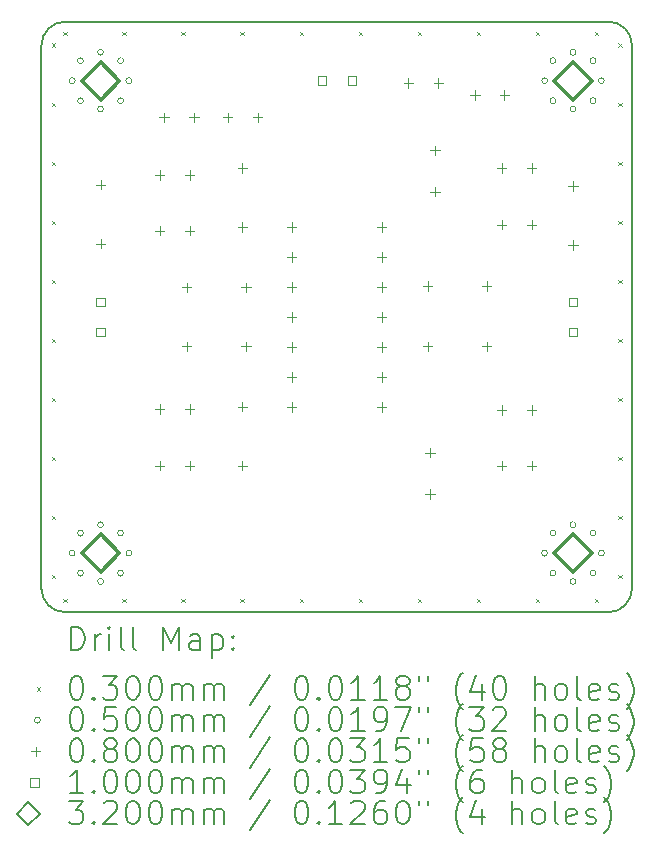
<source format=gbr>
%TF.GenerationSoftware,KiCad,Pcbnew,7.0.10-7.0.10~ubuntu22.04.1*%
%TF.CreationDate,2024-01-03T18:29:50-08:00*%
%TF.ProjectId,YamhillActiveAFFilter,59616d68-696c-46c4-9163-746976654146,A*%
%TF.SameCoordinates,Original*%
%TF.FileFunction,Drillmap*%
%TF.FilePolarity,Positive*%
%FSLAX45Y45*%
G04 Gerber Fmt 4.5, Leading zero omitted, Abs format (unit mm)*
G04 Created by KiCad (PCBNEW 7.0.10-7.0.10~ubuntu22.04.1) date 2024-01-03 18:29:50*
%MOMM*%
%LPD*%
G01*
G04 APERTURE LIST*
%ADD10C,0.200000*%
%ADD11C,0.100000*%
%ADD12C,0.320000*%
G04 APERTURE END LIST*
D10*
X14800000Y-10000000D02*
X10200000Y-10000000D01*
X10000000Y-9800000D02*
G75*
G03*
X10200000Y-10000000I200000J0D01*
G01*
X15000000Y-5200000D02*
G75*
G03*
X14800000Y-5000000I-200000J0D01*
G01*
X10200000Y-5000000D02*
G75*
G03*
X10000000Y-5200000I0J-200000D01*
G01*
X10000000Y-9800000D02*
X10000000Y-5200000D01*
X10200000Y-5000000D02*
X14800000Y-5000000D01*
X14800000Y-10000000D02*
G75*
G03*
X15000000Y-9800000I0J200000D01*
G01*
X15000000Y-5200000D02*
X15000000Y-9800000D01*
D11*
X10085000Y-5185000D02*
X10115000Y-5215000D01*
X10115000Y-5185000D02*
X10085000Y-5215000D01*
X10085000Y-5685000D02*
X10115000Y-5715000D01*
X10115000Y-5685000D02*
X10085000Y-5715000D01*
X10085000Y-6185000D02*
X10115000Y-6215000D01*
X10115000Y-6185000D02*
X10085000Y-6215000D01*
X10085000Y-6685000D02*
X10115000Y-6715000D01*
X10115000Y-6685000D02*
X10085000Y-6715000D01*
X10085000Y-7185000D02*
X10115000Y-7215000D01*
X10115000Y-7185000D02*
X10085000Y-7215000D01*
X10085000Y-7685000D02*
X10115000Y-7715000D01*
X10115000Y-7685000D02*
X10085000Y-7715000D01*
X10085000Y-8185000D02*
X10115000Y-8215000D01*
X10115000Y-8185000D02*
X10085000Y-8215000D01*
X10085000Y-8685000D02*
X10115000Y-8715000D01*
X10115000Y-8685000D02*
X10085000Y-8715000D01*
X10085000Y-9185000D02*
X10115000Y-9215000D01*
X10115000Y-9185000D02*
X10085000Y-9215000D01*
X10085000Y-9685000D02*
X10115000Y-9715000D01*
X10115000Y-9685000D02*
X10085000Y-9715000D01*
X10185000Y-5085000D02*
X10215000Y-5115000D01*
X10215000Y-5085000D02*
X10185000Y-5115000D01*
X10185000Y-9885000D02*
X10215000Y-9915000D01*
X10215000Y-9885000D02*
X10185000Y-9915000D01*
X10685000Y-5085000D02*
X10715000Y-5115000D01*
X10715000Y-5085000D02*
X10685000Y-5115000D01*
X10685000Y-9885000D02*
X10715000Y-9915000D01*
X10715000Y-9885000D02*
X10685000Y-9915000D01*
X11185000Y-5085000D02*
X11215000Y-5115000D01*
X11215000Y-5085000D02*
X11185000Y-5115000D01*
X11185000Y-9885000D02*
X11215000Y-9915000D01*
X11215000Y-9885000D02*
X11185000Y-9915000D01*
X11685000Y-5085000D02*
X11715000Y-5115000D01*
X11715000Y-5085000D02*
X11685000Y-5115000D01*
X11685000Y-9885000D02*
X11715000Y-9915000D01*
X11715000Y-9885000D02*
X11685000Y-9915000D01*
X12185000Y-5085000D02*
X12215000Y-5115000D01*
X12215000Y-5085000D02*
X12185000Y-5115000D01*
X12185000Y-9885000D02*
X12215000Y-9915000D01*
X12215000Y-9885000D02*
X12185000Y-9915000D01*
X12685000Y-5085000D02*
X12715000Y-5115000D01*
X12715000Y-5085000D02*
X12685000Y-5115000D01*
X12685000Y-9885000D02*
X12715000Y-9915000D01*
X12715000Y-9885000D02*
X12685000Y-9915000D01*
X13185000Y-5085000D02*
X13215000Y-5115000D01*
X13215000Y-5085000D02*
X13185000Y-5115000D01*
X13185000Y-9885000D02*
X13215000Y-9915000D01*
X13215000Y-9885000D02*
X13185000Y-9915000D01*
X13685000Y-5085000D02*
X13715000Y-5115000D01*
X13715000Y-5085000D02*
X13685000Y-5115000D01*
X13685000Y-9885000D02*
X13715000Y-9915000D01*
X13715000Y-9885000D02*
X13685000Y-9915000D01*
X14185000Y-5085000D02*
X14215000Y-5115000D01*
X14215000Y-5085000D02*
X14185000Y-5115000D01*
X14185000Y-9885000D02*
X14215000Y-9915000D01*
X14215000Y-9885000D02*
X14185000Y-9915000D01*
X14685000Y-5085000D02*
X14715000Y-5115000D01*
X14715000Y-5085000D02*
X14685000Y-5115000D01*
X14685000Y-9885000D02*
X14715000Y-9915000D01*
X14715000Y-9885000D02*
X14685000Y-9915000D01*
X14885000Y-5185000D02*
X14915000Y-5215000D01*
X14915000Y-5185000D02*
X14885000Y-5215000D01*
X14885000Y-5685000D02*
X14915000Y-5715000D01*
X14915000Y-5685000D02*
X14885000Y-5715000D01*
X14885000Y-6185000D02*
X14915000Y-6215000D01*
X14915000Y-6185000D02*
X14885000Y-6215000D01*
X14885000Y-6685000D02*
X14915000Y-6715000D01*
X14915000Y-6685000D02*
X14885000Y-6715000D01*
X14885000Y-7185000D02*
X14915000Y-7215000D01*
X14915000Y-7185000D02*
X14885000Y-7215000D01*
X14885000Y-7685000D02*
X14915000Y-7715000D01*
X14915000Y-7685000D02*
X14885000Y-7715000D01*
X14885000Y-8185000D02*
X14915000Y-8215000D01*
X14915000Y-8185000D02*
X14885000Y-8215000D01*
X14885000Y-8685000D02*
X14915000Y-8715000D01*
X14915000Y-8685000D02*
X14885000Y-8715000D01*
X14885000Y-9185000D02*
X14915000Y-9215000D01*
X14915000Y-9185000D02*
X14885000Y-9215000D01*
X14885000Y-9685000D02*
X14915000Y-9715000D01*
X14915000Y-9685000D02*
X14885000Y-9715000D01*
X10285000Y-5500000D02*
G75*
G03*
X10235000Y-5500000I-25000J0D01*
G01*
X10235000Y-5500000D02*
G75*
G03*
X10285000Y-5500000I25000J0D01*
G01*
X10285000Y-9500000D02*
G75*
G03*
X10235000Y-9500000I-25000J0D01*
G01*
X10235000Y-9500000D02*
G75*
G03*
X10285000Y-9500000I25000J0D01*
G01*
X10355294Y-5330294D02*
G75*
G03*
X10305294Y-5330294I-25000J0D01*
G01*
X10305294Y-5330294D02*
G75*
G03*
X10355294Y-5330294I25000J0D01*
G01*
X10355294Y-5669706D02*
G75*
G03*
X10305294Y-5669706I-25000J0D01*
G01*
X10305294Y-5669706D02*
G75*
G03*
X10355294Y-5669706I25000J0D01*
G01*
X10355294Y-9330294D02*
G75*
G03*
X10305294Y-9330294I-25000J0D01*
G01*
X10305294Y-9330294D02*
G75*
G03*
X10355294Y-9330294I25000J0D01*
G01*
X10355294Y-9669706D02*
G75*
G03*
X10305294Y-9669706I-25000J0D01*
G01*
X10305294Y-9669706D02*
G75*
G03*
X10355294Y-9669706I25000J0D01*
G01*
X10525000Y-5260000D02*
G75*
G03*
X10475000Y-5260000I-25000J0D01*
G01*
X10475000Y-5260000D02*
G75*
G03*
X10525000Y-5260000I25000J0D01*
G01*
X10525000Y-5740000D02*
G75*
G03*
X10475000Y-5740000I-25000J0D01*
G01*
X10475000Y-5740000D02*
G75*
G03*
X10525000Y-5740000I25000J0D01*
G01*
X10525000Y-9260000D02*
G75*
G03*
X10475000Y-9260000I-25000J0D01*
G01*
X10475000Y-9260000D02*
G75*
G03*
X10525000Y-9260000I25000J0D01*
G01*
X10525000Y-9740000D02*
G75*
G03*
X10475000Y-9740000I-25000J0D01*
G01*
X10475000Y-9740000D02*
G75*
G03*
X10525000Y-9740000I25000J0D01*
G01*
X10694706Y-5330294D02*
G75*
G03*
X10644706Y-5330294I-25000J0D01*
G01*
X10644706Y-5330294D02*
G75*
G03*
X10694706Y-5330294I25000J0D01*
G01*
X10694706Y-5669706D02*
G75*
G03*
X10644706Y-5669706I-25000J0D01*
G01*
X10644706Y-5669706D02*
G75*
G03*
X10694706Y-5669706I25000J0D01*
G01*
X10694706Y-9330294D02*
G75*
G03*
X10644706Y-9330294I-25000J0D01*
G01*
X10644706Y-9330294D02*
G75*
G03*
X10694706Y-9330294I25000J0D01*
G01*
X10694706Y-9669706D02*
G75*
G03*
X10644706Y-9669706I-25000J0D01*
G01*
X10644706Y-9669706D02*
G75*
G03*
X10694706Y-9669706I25000J0D01*
G01*
X10765000Y-5500000D02*
G75*
G03*
X10715000Y-5500000I-25000J0D01*
G01*
X10715000Y-5500000D02*
G75*
G03*
X10765000Y-5500000I25000J0D01*
G01*
X10765000Y-9500000D02*
G75*
G03*
X10715000Y-9500000I-25000J0D01*
G01*
X10715000Y-9500000D02*
G75*
G03*
X10765000Y-9500000I25000J0D01*
G01*
X14285000Y-5500000D02*
G75*
G03*
X14235000Y-5500000I-25000J0D01*
G01*
X14235000Y-5500000D02*
G75*
G03*
X14285000Y-5500000I25000J0D01*
G01*
X14285000Y-9500000D02*
G75*
G03*
X14235000Y-9500000I-25000J0D01*
G01*
X14235000Y-9500000D02*
G75*
G03*
X14285000Y-9500000I25000J0D01*
G01*
X14355294Y-5330294D02*
G75*
G03*
X14305294Y-5330294I-25000J0D01*
G01*
X14305294Y-5330294D02*
G75*
G03*
X14355294Y-5330294I25000J0D01*
G01*
X14355294Y-5669706D02*
G75*
G03*
X14305294Y-5669706I-25000J0D01*
G01*
X14305294Y-5669706D02*
G75*
G03*
X14355294Y-5669706I25000J0D01*
G01*
X14355294Y-9330294D02*
G75*
G03*
X14305294Y-9330294I-25000J0D01*
G01*
X14305294Y-9330294D02*
G75*
G03*
X14355294Y-9330294I25000J0D01*
G01*
X14355294Y-9669706D02*
G75*
G03*
X14305294Y-9669706I-25000J0D01*
G01*
X14305294Y-9669706D02*
G75*
G03*
X14355294Y-9669706I25000J0D01*
G01*
X14525000Y-5260000D02*
G75*
G03*
X14475000Y-5260000I-25000J0D01*
G01*
X14475000Y-5260000D02*
G75*
G03*
X14525000Y-5260000I25000J0D01*
G01*
X14525000Y-5740000D02*
G75*
G03*
X14475000Y-5740000I-25000J0D01*
G01*
X14475000Y-5740000D02*
G75*
G03*
X14525000Y-5740000I25000J0D01*
G01*
X14525000Y-9260000D02*
G75*
G03*
X14475000Y-9260000I-25000J0D01*
G01*
X14475000Y-9260000D02*
G75*
G03*
X14525000Y-9260000I25000J0D01*
G01*
X14525000Y-9740000D02*
G75*
G03*
X14475000Y-9740000I-25000J0D01*
G01*
X14475000Y-9740000D02*
G75*
G03*
X14525000Y-9740000I25000J0D01*
G01*
X14694706Y-5330294D02*
G75*
G03*
X14644706Y-5330294I-25000J0D01*
G01*
X14644706Y-5330294D02*
G75*
G03*
X14694706Y-5330294I25000J0D01*
G01*
X14694706Y-5669706D02*
G75*
G03*
X14644706Y-5669706I-25000J0D01*
G01*
X14644706Y-5669706D02*
G75*
G03*
X14694706Y-5669706I25000J0D01*
G01*
X14694706Y-9330294D02*
G75*
G03*
X14644706Y-9330294I-25000J0D01*
G01*
X14644706Y-9330294D02*
G75*
G03*
X14694706Y-9330294I25000J0D01*
G01*
X14694706Y-9669706D02*
G75*
G03*
X14644706Y-9669706I-25000J0D01*
G01*
X14644706Y-9669706D02*
G75*
G03*
X14694706Y-9669706I25000J0D01*
G01*
X14765000Y-5500000D02*
G75*
G03*
X14715000Y-5500000I-25000J0D01*
G01*
X14715000Y-5500000D02*
G75*
G03*
X14765000Y-5500000I25000J0D01*
G01*
X14765000Y-9500000D02*
G75*
G03*
X14715000Y-9500000I-25000J0D01*
G01*
X14715000Y-9500000D02*
G75*
G03*
X14765000Y-9500000I25000J0D01*
G01*
X10500000Y-6340000D02*
X10500000Y-6420000D01*
X10460000Y-6380000D02*
X10540000Y-6380000D01*
X10500000Y-6840000D02*
X10500000Y-6920000D01*
X10460000Y-6880000D02*
X10540000Y-6880000D01*
X11000000Y-6260000D02*
X11000000Y-6340000D01*
X10960000Y-6300000D02*
X11040000Y-6300000D01*
X11000000Y-6730000D02*
X11000000Y-6810000D01*
X10960000Y-6770000D02*
X11040000Y-6770000D01*
X11000000Y-8240000D02*
X11000000Y-8320000D01*
X10960000Y-8280000D02*
X11040000Y-8280000D01*
X11000000Y-8720000D02*
X11000000Y-8800000D01*
X10960000Y-8760000D02*
X11040000Y-8760000D01*
X11036000Y-5770000D02*
X11036000Y-5850000D01*
X10996000Y-5810000D02*
X11076000Y-5810000D01*
X11230000Y-7210000D02*
X11230000Y-7290000D01*
X11190000Y-7250000D02*
X11270000Y-7250000D01*
X11230000Y-7710000D02*
X11230000Y-7790000D01*
X11190000Y-7750000D02*
X11270000Y-7750000D01*
X11254000Y-6260000D02*
X11254000Y-6340000D01*
X11214000Y-6300000D02*
X11294000Y-6300000D01*
X11254000Y-6730000D02*
X11254000Y-6810000D01*
X11214000Y-6770000D02*
X11294000Y-6770000D01*
X11254000Y-8240000D02*
X11254000Y-8320000D01*
X11214000Y-8280000D02*
X11294000Y-8280000D01*
X11254000Y-8720000D02*
X11254000Y-8800000D01*
X11214000Y-8760000D02*
X11294000Y-8760000D01*
X11290000Y-5770000D02*
X11290000Y-5850000D01*
X11250000Y-5810000D02*
X11330000Y-5810000D01*
X11576000Y-5770000D02*
X11576000Y-5850000D01*
X11536000Y-5810000D02*
X11616000Y-5810000D01*
X11700000Y-6200000D02*
X11700000Y-6280000D01*
X11660000Y-6240000D02*
X11740000Y-6240000D01*
X11700000Y-6700000D02*
X11700000Y-6780000D01*
X11660000Y-6740000D02*
X11740000Y-6740000D01*
X11700000Y-8220000D02*
X11700000Y-8300000D01*
X11660000Y-8260000D02*
X11740000Y-8260000D01*
X11700000Y-8720000D02*
X11700000Y-8800000D01*
X11660000Y-8760000D02*
X11740000Y-8760000D01*
X11730000Y-7210000D02*
X11730000Y-7290000D01*
X11690000Y-7250000D02*
X11770000Y-7250000D01*
X11730000Y-7710000D02*
X11730000Y-7790000D01*
X11690000Y-7750000D02*
X11770000Y-7750000D01*
X11830000Y-5770000D02*
X11830000Y-5850000D01*
X11790000Y-5810000D02*
X11870000Y-5810000D01*
X12117500Y-6697500D02*
X12117500Y-6777500D01*
X12077500Y-6737500D02*
X12157500Y-6737500D01*
X12117500Y-6951500D02*
X12117500Y-7031500D01*
X12077500Y-6991500D02*
X12157500Y-6991500D01*
X12117500Y-7205500D02*
X12117500Y-7285500D01*
X12077500Y-7245500D02*
X12157500Y-7245500D01*
X12117500Y-7459500D02*
X12117500Y-7539500D01*
X12077500Y-7499500D02*
X12157500Y-7499500D01*
X12117500Y-7713500D02*
X12117500Y-7793500D01*
X12077500Y-7753500D02*
X12157500Y-7753500D01*
X12117500Y-7967500D02*
X12117500Y-8047500D01*
X12077500Y-8007500D02*
X12157500Y-8007500D01*
X12117500Y-8221500D02*
X12117500Y-8301500D01*
X12077500Y-8261500D02*
X12157500Y-8261500D01*
X12879500Y-6697500D02*
X12879500Y-6777500D01*
X12839500Y-6737500D02*
X12919500Y-6737500D01*
X12879500Y-6951500D02*
X12879500Y-7031500D01*
X12839500Y-6991500D02*
X12919500Y-6991500D01*
X12879500Y-7205500D02*
X12879500Y-7285500D01*
X12839500Y-7245500D02*
X12919500Y-7245500D01*
X12879500Y-7459500D02*
X12879500Y-7539500D01*
X12839500Y-7499500D02*
X12919500Y-7499500D01*
X12879500Y-7713500D02*
X12879500Y-7793500D01*
X12839500Y-7753500D02*
X12919500Y-7753500D01*
X12879500Y-7967500D02*
X12879500Y-8047500D01*
X12839500Y-8007500D02*
X12919500Y-8007500D01*
X12879500Y-8221500D02*
X12879500Y-8301500D01*
X12839500Y-8261500D02*
X12919500Y-8261500D01*
X13106000Y-5480000D02*
X13106000Y-5560000D01*
X13066000Y-5520000D02*
X13146000Y-5520000D01*
X13270000Y-7200000D02*
X13270000Y-7280000D01*
X13230000Y-7240000D02*
X13310000Y-7240000D01*
X13270000Y-7710000D02*
X13270000Y-7790000D01*
X13230000Y-7750000D02*
X13310000Y-7750000D01*
X13290000Y-8610000D02*
X13290000Y-8690000D01*
X13250000Y-8650000D02*
X13330000Y-8650000D01*
X13290000Y-8960000D02*
X13290000Y-9040000D01*
X13250000Y-9000000D02*
X13330000Y-9000000D01*
X13330000Y-6050000D02*
X13330000Y-6130000D01*
X13290000Y-6090000D02*
X13370000Y-6090000D01*
X13330000Y-6400000D02*
X13330000Y-6480000D01*
X13290000Y-6440000D02*
X13370000Y-6440000D01*
X13360000Y-5480000D02*
X13360000Y-5560000D01*
X13320000Y-5520000D02*
X13400000Y-5520000D01*
X13670000Y-5580000D02*
X13670000Y-5660000D01*
X13630000Y-5620000D02*
X13710000Y-5620000D01*
X13770000Y-7200000D02*
X13770000Y-7280000D01*
X13730000Y-7240000D02*
X13810000Y-7240000D01*
X13770000Y-7710000D02*
X13770000Y-7790000D01*
X13730000Y-7750000D02*
X13810000Y-7750000D01*
X13896000Y-6200000D02*
X13896000Y-6280000D01*
X13856000Y-6240000D02*
X13936000Y-6240000D01*
X13896000Y-6680000D02*
X13896000Y-6760000D01*
X13856000Y-6720000D02*
X13936000Y-6720000D01*
X13896000Y-8250000D02*
X13896000Y-8330000D01*
X13856000Y-8290000D02*
X13936000Y-8290000D01*
X13896000Y-8720000D02*
X13896000Y-8800000D01*
X13856000Y-8760000D02*
X13936000Y-8760000D01*
X13920000Y-5580000D02*
X13920000Y-5660000D01*
X13880000Y-5620000D02*
X13960000Y-5620000D01*
X14150000Y-6200000D02*
X14150000Y-6280000D01*
X14110000Y-6240000D02*
X14190000Y-6240000D01*
X14150000Y-6680000D02*
X14150000Y-6760000D01*
X14110000Y-6720000D02*
X14190000Y-6720000D01*
X14150000Y-8250000D02*
X14150000Y-8330000D01*
X14110000Y-8290000D02*
X14190000Y-8290000D01*
X14150000Y-8720000D02*
X14150000Y-8800000D01*
X14110000Y-8760000D02*
X14190000Y-8760000D01*
X14500000Y-6350000D02*
X14500000Y-6430000D01*
X14460000Y-6390000D02*
X14540000Y-6390000D01*
X14500000Y-6850000D02*
X14500000Y-6930000D01*
X14460000Y-6890000D02*
X14540000Y-6890000D01*
X10535356Y-7407856D02*
X10535356Y-7337144D01*
X10464644Y-7337144D01*
X10464644Y-7407856D01*
X10535356Y-7407856D01*
X10535356Y-7661856D02*
X10535356Y-7591144D01*
X10464644Y-7591144D01*
X10464644Y-7661856D01*
X10535356Y-7661856D01*
X12407856Y-5535356D02*
X12407856Y-5464644D01*
X12337144Y-5464644D01*
X12337144Y-5535356D01*
X12407856Y-5535356D01*
X12661856Y-5535356D02*
X12661856Y-5464644D01*
X12591144Y-5464644D01*
X12591144Y-5535356D01*
X12661856Y-5535356D01*
X14535356Y-7407856D02*
X14535356Y-7337144D01*
X14464644Y-7337144D01*
X14464644Y-7407856D01*
X14535356Y-7407856D01*
X14535356Y-7661856D02*
X14535356Y-7591144D01*
X14464644Y-7591144D01*
X14464644Y-7661856D01*
X14535356Y-7661856D01*
D12*
X10500000Y-5660000D02*
X10660000Y-5500000D01*
X10500000Y-5340000D01*
X10340000Y-5500000D01*
X10500000Y-5660000D01*
X10500000Y-9660000D02*
X10660000Y-9500000D01*
X10500000Y-9340000D01*
X10340000Y-9500000D01*
X10500000Y-9660000D01*
X14500000Y-5660000D02*
X14660000Y-5500000D01*
X14500000Y-5340000D01*
X14340000Y-5500000D01*
X14500000Y-5660000D01*
X14500000Y-9660000D02*
X14660000Y-9500000D01*
X14500000Y-9340000D01*
X14340000Y-9500000D01*
X14500000Y-9660000D01*
D10*
X10250777Y-10321484D02*
X10250777Y-10121484D01*
X10250777Y-10121484D02*
X10298396Y-10121484D01*
X10298396Y-10121484D02*
X10326967Y-10131008D01*
X10326967Y-10131008D02*
X10346015Y-10150055D01*
X10346015Y-10150055D02*
X10355539Y-10169103D01*
X10355539Y-10169103D02*
X10365063Y-10207198D01*
X10365063Y-10207198D02*
X10365063Y-10235770D01*
X10365063Y-10235770D02*
X10355539Y-10273865D01*
X10355539Y-10273865D02*
X10346015Y-10292912D01*
X10346015Y-10292912D02*
X10326967Y-10311960D01*
X10326967Y-10311960D02*
X10298396Y-10321484D01*
X10298396Y-10321484D02*
X10250777Y-10321484D01*
X10450777Y-10321484D02*
X10450777Y-10188150D01*
X10450777Y-10226246D02*
X10460301Y-10207198D01*
X10460301Y-10207198D02*
X10469824Y-10197674D01*
X10469824Y-10197674D02*
X10488872Y-10188150D01*
X10488872Y-10188150D02*
X10507920Y-10188150D01*
X10574586Y-10321484D02*
X10574586Y-10188150D01*
X10574586Y-10121484D02*
X10565063Y-10131008D01*
X10565063Y-10131008D02*
X10574586Y-10140531D01*
X10574586Y-10140531D02*
X10584110Y-10131008D01*
X10584110Y-10131008D02*
X10574586Y-10121484D01*
X10574586Y-10121484D02*
X10574586Y-10140531D01*
X10698396Y-10321484D02*
X10679348Y-10311960D01*
X10679348Y-10311960D02*
X10669824Y-10292912D01*
X10669824Y-10292912D02*
X10669824Y-10121484D01*
X10803158Y-10321484D02*
X10784110Y-10311960D01*
X10784110Y-10311960D02*
X10774586Y-10292912D01*
X10774586Y-10292912D02*
X10774586Y-10121484D01*
X11031729Y-10321484D02*
X11031729Y-10121484D01*
X11031729Y-10121484D02*
X11098396Y-10264341D01*
X11098396Y-10264341D02*
X11165063Y-10121484D01*
X11165063Y-10121484D02*
X11165063Y-10321484D01*
X11346015Y-10321484D02*
X11346015Y-10216722D01*
X11346015Y-10216722D02*
X11336491Y-10197674D01*
X11336491Y-10197674D02*
X11317443Y-10188150D01*
X11317443Y-10188150D02*
X11279348Y-10188150D01*
X11279348Y-10188150D02*
X11260301Y-10197674D01*
X11346015Y-10311960D02*
X11326967Y-10321484D01*
X11326967Y-10321484D02*
X11279348Y-10321484D01*
X11279348Y-10321484D02*
X11260301Y-10311960D01*
X11260301Y-10311960D02*
X11250777Y-10292912D01*
X11250777Y-10292912D02*
X11250777Y-10273865D01*
X11250777Y-10273865D02*
X11260301Y-10254817D01*
X11260301Y-10254817D02*
X11279348Y-10245293D01*
X11279348Y-10245293D02*
X11326967Y-10245293D01*
X11326967Y-10245293D02*
X11346015Y-10235770D01*
X11441253Y-10188150D02*
X11441253Y-10388150D01*
X11441253Y-10197674D02*
X11460301Y-10188150D01*
X11460301Y-10188150D02*
X11498396Y-10188150D01*
X11498396Y-10188150D02*
X11517443Y-10197674D01*
X11517443Y-10197674D02*
X11526967Y-10207198D01*
X11526967Y-10207198D02*
X11536491Y-10226246D01*
X11536491Y-10226246D02*
X11536491Y-10283389D01*
X11536491Y-10283389D02*
X11526967Y-10302436D01*
X11526967Y-10302436D02*
X11517443Y-10311960D01*
X11517443Y-10311960D02*
X11498396Y-10321484D01*
X11498396Y-10321484D02*
X11460301Y-10321484D01*
X11460301Y-10321484D02*
X11441253Y-10311960D01*
X11622205Y-10302436D02*
X11631729Y-10311960D01*
X11631729Y-10311960D02*
X11622205Y-10321484D01*
X11622205Y-10321484D02*
X11612682Y-10311960D01*
X11612682Y-10311960D02*
X11622205Y-10302436D01*
X11622205Y-10302436D02*
X11622205Y-10321484D01*
X11622205Y-10197674D02*
X11631729Y-10207198D01*
X11631729Y-10207198D02*
X11622205Y-10216722D01*
X11622205Y-10216722D02*
X11612682Y-10207198D01*
X11612682Y-10207198D02*
X11622205Y-10197674D01*
X11622205Y-10197674D02*
X11622205Y-10216722D01*
D11*
X9960000Y-10635000D02*
X9990000Y-10665000D01*
X9990000Y-10635000D02*
X9960000Y-10665000D01*
D10*
X10288872Y-10541484D02*
X10307920Y-10541484D01*
X10307920Y-10541484D02*
X10326967Y-10551008D01*
X10326967Y-10551008D02*
X10336491Y-10560531D01*
X10336491Y-10560531D02*
X10346015Y-10579579D01*
X10346015Y-10579579D02*
X10355539Y-10617674D01*
X10355539Y-10617674D02*
X10355539Y-10665293D01*
X10355539Y-10665293D02*
X10346015Y-10703389D01*
X10346015Y-10703389D02*
X10336491Y-10722436D01*
X10336491Y-10722436D02*
X10326967Y-10731960D01*
X10326967Y-10731960D02*
X10307920Y-10741484D01*
X10307920Y-10741484D02*
X10288872Y-10741484D01*
X10288872Y-10741484D02*
X10269824Y-10731960D01*
X10269824Y-10731960D02*
X10260301Y-10722436D01*
X10260301Y-10722436D02*
X10250777Y-10703389D01*
X10250777Y-10703389D02*
X10241253Y-10665293D01*
X10241253Y-10665293D02*
X10241253Y-10617674D01*
X10241253Y-10617674D02*
X10250777Y-10579579D01*
X10250777Y-10579579D02*
X10260301Y-10560531D01*
X10260301Y-10560531D02*
X10269824Y-10551008D01*
X10269824Y-10551008D02*
X10288872Y-10541484D01*
X10441253Y-10722436D02*
X10450777Y-10731960D01*
X10450777Y-10731960D02*
X10441253Y-10741484D01*
X10441253Y-10741484D02*
X10431729Y-10731960D01*
X10431729Y-10731960D02*
X10441253Y-10722436D01*
X10441253Y-10722436D02*
X10441253Y-10741484D01*
X10517444Y-10541484D02*
X10641253Y-10541484D01*
X10641253Y-10541484D02*
X10574586Y-10617674D01*
X10574586Y-10617674D02*
X10603158Y-10617674D01*
X10603158Y-10617674D02*
X10622205Y-10627198D01*
X10622205Y-10627198D02*
X10631729Y-10636722D01*
X10631729Y-10636722D02*
X10641253Y-10655770D01*
X10641253Y-10655770D02*
X10641253Y-10703389D01*
X10641253Y-10703389D02*
X10631729Y-10722436D01*
X10631729Y-10722436D02*
X10622205Y-10731960D01*
X10622205Y-10731960D02*
X10603158Y-10741484D01*
X10603158Y-10741484D02*
X10546015Y-10741484D01*
X10546015Y-10741484D02*
X10526967Y-10731960D01*
X10526967Y-10731960D02*
X10517444Y-10722436D01*
X10765063Y-10541484D02*
X10784110Y-10541484D01*
X10784110Y-10541484D02*
X10803158Y-10551008D01*
X10803158Y-10551008D02*
X10812682Y-10560531D01*
X10812682Y-10560531D02*
X10822205Y-10579579D01*
X10822205Y-10579579D02*
X10831729Y-10617674D01*
X10831729Y-10617674D02*
X10831729Y-10665293D01*
X10831729Y-10665293D02*
X10822205Y-10703389D01*
X10822205Y-10703389D02*
X10812682Y-10722436D01*
X10812682Y-10722436D02*
X10803158Y-10731960D01*
X10803158Y-10731960D02*
X10784110Y-10741484D01*
X10784110Y-10741484D02*
X10765063Y-10741484D01*
X10765063Y-10741484D02*
X10746015Y-10731960D01*
X10746015Y-10731960D02*
X10736491Y-10722436D01*
X10736491Y-10722436D02*
X10726967Y-10703389D01*
X10726967Y-10703389D02*
X10717444Y-10665293D01*
X10717444Y-10665293D02*
X10717444Y-10617674D01*
X10717444Y-10617674D02*
X10726967Y-10579579D01*
X10726967Y-10579579D02*
X10736491Y-10560531D01*
X10736491Y-10560531D02*
X10746015Y-10551008D01*
X10746015Y-10551008D02*
X10765063Y-10541484D01*
X10955539Y-10541484D02*
X10974586Y-10541484D01*
X10974586Y-10541484D02*
X10993634Y-10551008D01*
X10993634Y-10551008D02*
X11003158Y-10560531D01*
X11003158Y-10560531D02*
X11012682Y-10579579D01*
X11012682Y-10579579D02*
X11022205Y-10617674D01*
X11022205Y-10617674D02*
X11022205Y-10665293D01*
X11022205Y-10665293D02*
X11012682Y-10703389D01*
X11012682Y-10703389D02*
X11003158Y-10722436D01*
X11003158Y-10722436D02*
X10993634Y-10731960D01*
X10993634Y-10731960D02*
X10974586Y-10741484D01*
X10974586Y-10741484D02*
X10955539Y-10741484D01*
X10955539Y-10741484D02*
X10936491Y-10731960D01*
X10936491Y-10731960D02*
X10926967Y-10722436D01*
X10926967Y-10722436D02*
X10917444Y-10703389D01*
X10917444Y-10703389D02*
X10907920Y-10665293D01*
X10907920Y-10665293D02*
X10907920Y-10617674D01*
X10907920Y-10617674D02*
X10917444Y-10579579D01*
X10917444Y-10579579D02*
X10926967Y-10560531D01*
X10926967Y-10560531D02*
X10936491Y-10551008D01*
X10936491Y-10551008D02*
X10955539Y-10541484D01*
X11107920Y-10741484D02*
X11107920Y-10608150D01*
X11107920Y-10627198D02*
X11117444Y-10617674D01*
X11117444Y-10617674D02*
X11136491Y-10608150D01*
X11136491Y-10608150D02*
X11165063Y-10608150D01*
X11165063Y-10608150D02*
X11184110Y-10617674D01*
X11184110Y-10617674D02*
X11193634Y-10636722D01*
X11193634Y-10636722D02*
X11193634Y-10741484D01*
X11193634Y-10636722D02*
X11203158Y-10617674D01*
X11203158Y-10617674D02*
X11222205Y-10608150D01*
X11222205Y-10608150D02*
X11250777Y-10608150D01*
X11250777Y-10608150D02*
X11269824Y-10617674D01*
X11269824Y-10617674D02*
X11279348Y-10636722D01*
X11279348Y-10636722D02*
X11279348Y-10741484D01*
X11374586Y-10741484D02*
X11374586Y-10608150D01*
X11374586Y-10627198D02*
X11384110Y-10617674D01*
X11384110Y-10617674D02*
X11403158Y-10608150D01*
X11403158Y-10608150D02*
X11431729Y-10608150D01*
X11431729Y-10608150D02*
X11450777Y-10617674D01*
X11450777Y-10617674D02*
X11460301Y-10636722D01*
X11460301Y-10636722D02*
X11460301Y-10741484D01*
X11460301Y-10636722D02*
X11469824Y-10617674D01*
X11469824Y-10617674D02*
X11488872Y-10608150D01*
X11488872Y-10608150D02*
X11517443Y-10608150D01*
X11517443Y-10608150D02*
X11536491Y-10617674D01*
X11536491Y-10617674D02*
X11546015Y-10636722D01*
X11546015Y-10636722D02*
X11546015Y-10741484D01*
X11936491Y-10531960D02*
X11765063Y-10789103D01*
X12193634Y-10541484D02*
X12212682Y-10541484D01*
X12212682Y-10541484D02*
X12231729Y-10551008D01*
X12231729Y-10551008D02*
X12241253Y-10560531D01*
X12241253Y-10560531D02*
X12250777Y-10579579D01*
X12250777Y-10579579D02*
X12260301Y-10617674D01*
X12260301Y-10617674D02*
X12260301Y-10665293D01*
X12260301Y-10665293D02*
X12250777Y-10703389D01*
X12250777Y-10703389D02*
X12241253Y-10722436D01*
X12241253Y-10722436D02*
X12231729Y-10731960D01*
X12231729Y-10731960D02*
X12212682Y-10741484D01*
X12212682Y-10741484D02*
X12193634Y-10741484D01*
X12193634Y-10741484D02*
X12174586Y-10731960D01*
X12174586Y-10731960D02*
X12165063Y-10722436D01*
X12165063Y-10722436D02*
X12155539Y-10703389D01*
X12155539Y-10703389D02*
X12146015Y-10665293D01*
X12146015Y-10665293D02*
X12146015Y-10617674D01*
X12146015Y-10617674D02*
X12155539Y-10579579D01*
X12155539Y-10579579D02*
X12165063Y-10560531D01*
X12165063Y-10560531D02*
X12174586Y-10551008D01*
X12174586Y-10551008D02*
X12193634Y-10541484D01*
X12346015Y-10722436D02*
X12355539Y-10731960D01*
X12355539Y-10731960D02*
X12346015Y-10741484D01*
X12346015Y-10741484D02*
X12336491Y-10731960D01*
X12336491Y-10731960D02*
X12346015Y-10722436D01*
X12346015Y-10722436D02*
X12346015Y-10741484D01*
X12479348Y-10541484D02*
X12498396Y-10541484D01*
X12498396Y-10541484D02*
X12517444Y-10551008D01*
X12517444Y-10551008D02*
X12526967Y-10560531D01*
X12526967Y-10560531D02*
X12536491Y-10579579D01*
X12536491Y-10579579D02*
X12546015Y-10617674D01*
X12546015Y-10617674D02*
X12546015Y-10665293D01*
X12546015Y-10665293D02*
X12536491Y-10703389D01*
X12536491Y-10703389D02*
X12526967Y-10722436D01*
X12526967Y-10722436D02*
X12517444Y-10731960D01*
X12517444Y-10731960D02*
X12498396Y-10741484D01*
X12498396Y-10741484D02*
X12479348Y-10741484D01*
X12479348Y-10741484D02*
X12460301Y-10731960D01*
X12460301Y-10731960D02*
X12450777Y-10722436D01*
X12450777Y-10722436D02*
X12441253Y-10703389D01*
X12441253Y-10703389D02*
X12431729Y-10665293D01*
X12431729Y-10665293D02*
X12431729Y-10617674D01*
X12431729Y-10617674D02*
X12441253Y-10579579D01*
X12441253Y-10579579D02*
X12450777Y-10560531D01*
X12450777Y-10560531D02*
X12460301Y-10551008D01*
X12460301Y-10551008D02*
X12479348Y-10541484D01*
X12736491Y-10741484D02*
X12622206Y-10741484D01*
X12679348Y-10741484D02*
X12679348Y-10541484D01*
X12679348Y-10541484D02*
X12660301Y-10570055D01*
X12660301Y-10570055D02*
X12641253Y-10589103D01*
X12641253Y-10589103D02*
X12622206Y-10598627D01*
X12926967Y-10741484D02*
X12812682Y-10741484D01*
X12869825Y-10741484D02*
X12869825Y-10541484D01*
X12869825Y-10541484D02*
X12850777Y-10570055D01*
X12850777Y-10570055D02*
X12831729Y-10589103D01*
X12831729Y-10589103D02*
X12812682Y-10598627D01*
X13041253Y-10627198D02*
X13022206Y-10617674D01*
X13022206Y-10617674D02*
X13012682Y-10608150D01*
X13012682Y-10608150D02*
X13003158Y-10589103D01*
X13003158Y-10589103D02*
X13003158Y-10579579D01*
X13003158Y-10579579D02*
X13012682Y-10560531D01*
X13012682Y-10560531D02*
X13022206Y-10551008D01*
X13022206Y-10551008D02*
X13041253Y-10541484D01*
X13041253Y-10541484D02*
X13079348Y-10541484D01*
X13079348Y-10541484D02*
X13098396Y-10551008D01*
X13098396Y-10551008D02*
X13107920Y-10560531D01*
X13107920Y-10560531D02*
X13117444Y-10579579D01*
X13117444Y-10579579D02*
X13117444Y-10589103D01*
X13117444Y-10589103D02*
X13107920Y-10608150D01*
X13107920Y-10608150D02*
X13098396Y-10617674D01*
X13098396Y-10617674D02*
X13079348Y-10627198D01*
X13079348Y-10627198D02*
X13041253Y-10627198D01*
X13041253Y-10627198D02*
X13022206Y-10636722D01*
X13022206Y-10636722D02*
X13012682Y-10646246D01*
X13012682Y-10646246D02*
X13003158Y-10665293D01*
X13003158Y-10665293D02*
X13003158Y-10703389D01*
X13003158Y-10703389D02*
X13012682Y-10722436D01*
X13012682Y-10722436D02*
X13022206Y-10731960D01*
X13022206Y-10731960D02*
X13041253Y-10741484D01*
X13041253Y-10741484D02*
X13079348Y-10741484D01*
X13079348Y-10741484D02*
X13098396Y-10731960D01*
X13098396Y-10731960D02*
X13107920Y-10722436D01*
X13107920Y-10722436D02*
X13117444Y-10703389D01*
X13117444Y-10703389D02*
X13117444Y-10665293D01*
X13117444Y-10665293D02*
X13107920Y-10646246D01*
X13107920Y-10646246D02*
X13098396Y-10636722D01*
X13098396Y-10636722D02*
X13079348Y-10627198D01*
X13193634Y-10541484D02*
X13193634Y-10579579D01*
X13269825Y-10541484D02*
X13269825Y-10579579D01*
X13565063Y-10817674D02*
X13555539Y-10808150D01*
X13555539Y-10808150D02*
X13536491Y-10779579D01*
X13536491Y-10779579D02*
X13526968Y-10760531D01*
X13526968Y-10760531D02*
X13517444Y-10731960D01*
X13517444Y-10731960D02*
X13507920Y-10684341D01*
X13507920Y-10684341D02*
X13507920Y-10646246D01*
X13507920Y-10646246D02*
X13517444Y-10598627D01*
X13517444Y-10598627D02*
X13526968Y-10570055D01*
X13526968Y-10570055D02*
X13536491Y-10551008D01*
X13536491Y-10551008D02*
X13555539Y-10522436D01*
X13555539Y-10522436D02*
X13565063Y-10512912D01*
X13726968Y-10608150D02*
X13726968Y-10741484D01*
X13679348Y-10531960D02*
X13631729Y-10674817D01*
X13631729Y-10674817D02*
X13755539Y-10674817D01*
X13869825Y-10541484D02*
X13888872Y-10541484D01*
X13888872Y-10541484D02*
X13907920Y-10551008D01*
X13907920Y-10551008D02*
X13917444Y-10560531D01*
X13917444Y-10560531D02*
X13926968Y-10579579D01*
X13926968Y-10579579D02*
X13936491Y-10617674D01*
X13936491Y-10617674D02*
X13936491Y-10665293D01*
X13936491Y-10665293D02*
X13926968Y-10703389D01*
X13926968Y-10703389D02*
X13917444Y-10722436D01*
X13917444Y-10722436D02*
X13907920Y-10731960D01*
X13907920Y-10731960D02*
X13888872Y-10741484D01*
X13888872Y-10741484D02*
X13869825Y-10741484D01*
X13869825Y-10741484D02*
X13850777Y-10731960D01*
X13850777Y-10731960D02*
X13841253Y-10722436D01*
X13841253Y-10722436D02*
X13831729Y-10703389D01*
X13831729Y-10703389D02*
X13822206Y-10665293D01*
X13822206Y-10665293D02*
X13822206Y-10617674D01*
X13822206Y-10617674D02*
X13831729Y-10579579D01*
X13831729Y-10579579D02*
X13841253Y-10560531D01*
X13841253Y-10560531D02*
X13850777Y-10551008D01*
X13850777Y-10551008D02*
X13869825Y-10541484D01*
X14174587Y-10741484D02*
X14174587Y-10541484D01*
X14260301Y-10741484D02*
X14260301Y-10636722D01*
X14260301Y-10636722D02*
X14250777Y-10617674D01*
X14250777Y-10617674D02*
X14231730Y-10608150D01*
X14231730Y-10608150D02*
X14203158Y-10608150D01*
X14203158Y-10608150D02*
X14184110Y-10617674D01*
X14184110Y-10617674D02*
X14174587Y-10627198D01*
X14384110Y-10741484D02*
X14365063Y-10731960D01*
X14365063Y-10731960D02*
X14355539Y-10722436D01*
X14355539Y-10722436D02*
X14346015Y-10703389D01*
X14346015Y-10703389D02*
X14346015Y-10646246D01*
X14346015Y-10646246D02*
X14355539Y-10627198D01*
X14355539Y-10627198D02*
X14365063Y-10617674D01*
X14365063Y-10617674D02*
X14384110Y-10608150D01*
X14384110Y-10608150D02*
X14412682Y-10608150D01*
X14412682Y-10608150D02*
X14431730Y-10617674D01*
X14431730Y-10617674D02*
X14441253Y-10627198D01*
X14441253Y-10627198D02*
X14450777Y-10646246D01*
X14450777Y-10646246D02*
X14450777Y-10703389D01*
X14450777Y-10703389D02*
X14441253Y-10722436D01*
X14441253Y-10722436D02*
X14431730Y-10731960D01*
X14431730Y-10731960D02*
X14412682Y-10741484D01*
X14412682Y-10741484D02*
X14384110Y-10741484D01*
X14565063Y-10741484D02*
X14546015Y-10731960D01*
X14546015Y-10731960D02*
X14536491Y-10712912D01*
X14536491Y-10712912D02*
X14536491Y-10541484D01*
X14717444Y-10731960D02*
X14698396Y-10741484D01*
X14698396Y-10741484D02*
X14660301Y-10741484D01*
X14660301Y-10741484D02*
X14641253Y-10731960D01*
X14641253Y-10731960D02*
X14631730Y-10712912D01*
X14631730Y-10712912D02*
X14631730Y-10636722D01*
X14631730Y-10636722D02*
X14641253Y-10617674D01*
X14641253Y-10617674D02*
X14660301Y-10608150D01*
X14660301Y-10608150D02*
X14698396Y-10608150D01*
X14698396Y-10608150D02*
X14717444Y-10617674D01*
X14717444Y-10617674D02*
X14726968Y-10636722D01*
X14726968Y-10636722D02*
X14726968Y-10655770D01*
X14726968Y-10655770D02*
X14631730Y-10674817D01*
X14803158Y-10731960D02*
X14822206Y-10741484D01*
X14822206Y-10741484D02*
X14860301Y-10741484D01*
X14860301Y-10741484D02*
X14879349Y-10731960D01*
X14879349Y-10731960D02*
X14888872Y-10712912D01*
X14888872Y-10712912D02*
X14888872Y-10703389D01*
X14888872Y-10703389D02*
X14879349Y-10684341D01*
X14879349Y-10684341D02*
X14860301Y-10674817D01*
X14860301Y-10674817D02*
X14831730Y-10674817D01*
X14831730Y-10674817D02*
X14812682Y-10665293D01*
X14812682Y-10665293D02*
X14803158Y-10646246D01*
X14803158Y-10646246D02*
X14803158Y-10636722D01*
X14803158Y-10636722D02*
X14812682Y-10617674D01*
X14812682Y-10617674D02*
X14831730Y-10608150D01*
X14831730Y-10608150D02*
X14860301Y-10608150D01*
X14860301Y-10608150D02*
X14879349Y-10617674D01*
X14955539Y-10817674D02*
X14965063Y-10808150D01*
X14965063Y-10808150D02*
X14984111Y-10779579D01*
X14984111Y-10779579D02*
X14993634Y-10760531D01*
X14993634Y-10760531D02*
X15003158Y-10731960D01*
X15003158Y-10731960D02*
X15012682Y-10684341D01*
X15012682Y-10684341D02*
X15012682Y-10646246D01*
X15012682Y-10646246D02*
X15003158Y-10598627D01*
X15003158Y-10598627D02*
X14993634Y-10570055D01*
X14993634Y-10570055D02*
X14984111Y-10551008D01*
X14984111Y-10551008D02*
X14965063Y-10522436D01*
X14965063Y-10522436D02*
X14955539Y-10512912D01*
D11*
X9990000Y-10914000D02*
G75*
G03*
X9940000Y-10914000I-25000J0D01*
G01*
X9940000Y-10914000D02*
G75*
G03*
X9990000Y-10914000I25000J0D01*
G01*
D10*
X10288872Y-10805484D02*
X10307920Y-10805484D01*
X10307920Y-10805484D02*
X10326967Y-10815008D01*
X10326967Y-10815008D02*
X10336491Y-10824531D01*
X10336491Y-10824531D02*
X10346015Y-10843579D01*
X10346015Y-10843579D02*
X10355539Y-10881674D01*
X10355539Y-10881674D02*
X10355539Y-10929293D01*
X10355539Y-10929293D02*
X10346015Y-10967389D01*
X10346015Y-10967389D02*
X10336491Y-10986436D01*
X10336491Y-10986436D02*
X10326967Y-10995960D01*
X10326967Y-10995960D02*
X10307920Y-11005484D01*
X10307920Y-11005484D02*
X10288872Y-11005484D01*
X10288872Y-11005484D02*
X10269824Y-10995960D01*
X10269824Y-10995960D02*
X10260301Y-10986436D01*
X10260301Y-10986436D02*
X10250777Y-10967389D01*
X10250777Y-10967389D02*
X10241253Y-10929293D01*
X10241253Y-10929293D02*
X10241253Y-10881674D01*
X10241253Y-10881674D02*
X10250777Y-10843579D01*
X10250777Y-10843579D02*
X10260301Y-10824531D01*
X10260301Y-10824531D02*
X10269824Y-10815008D01*
X10269824Y-10815008D02*
X10288872Y-10805484D01*
X10441253Y-10986436D02*
X10450777Y-10995960D01*
X10450777Y-10995960D02*
X10441253Y-11005484D01*
X10441253Y-11005484D02*
X10431729Y-10995960D01*
X10431729Y-10995960D02*
X10441253Y-10986436D01*
X10441253Y-10986436D02*
X10441253Y-11005484D01*
X10631729Y-10805484D02*
X10536491Y-10805484D01*
X10536491Y-10805484D02*
X10526967Y-10900722D01*
X10526967Y-10900722D02*
X10536491Y-10891198D01*
X10536491Y-10891198D02*
X10555539Y-10881674D01*
X10555539Y-10881674D02*
X10603158Y-10881674D01*
X10603158Y-10881674D02*
X10622205Y-10891198D01*
X10622205Y-10891198D02*
X10631729Y-10900722D01*
X10631729Y-10900722D02*
X10641253Y-10919770D01*
X10641253Y-10919770D02*
X10641253Y-10967389D01*
X10641253Y-10967389D02*
X10631729Y-10986436D01*
X10631729Y-10986436D02*
X10622205Y-10995960D01*
X10622205Y-10995960D02*
X10603158Y-11005484D01*
X10603158Y-11005484D02*
X10555539Y-11005484D01*
X10555539Y-11005484D02*
X10536491Y-10995960D01*
X10536491Y-10995960D02*
X10526967Y-10986436D01*
X10765063Y-10805484D02*
X10784110Y-10805484D01*
X10784110Y-10805484D02*
X10803158Y-10815008D01*
X10803158Y-10815008D02*
X10812682Y-10824531D01*
X10812682Y-10824531D02*
X10822205Y-10843579D01*
X10822205Y-10843579D02*
X10831729Y-10881674D01*
X10831729Y-10881674D02*
X10831729Y-10929293D01*
X10831729Y-10929293D02*
X10822205Y-10967389D01*
X10822205Y-10967389D02*
X10812682Y-10986436D01*
X10812682Y-10986436D02*
X10803158Y-10995960D01*
X10803158Y-10995960D02*
X10784110Y-11005484D01*
X10784110Y-11005484D02*
X10765063Y-11005484D01*
X10765063Y-11005484D02*
X10746015Y-10995960D01*
X10746015Y-10995960D02*
X10736491Y-10986436D01*
X10736491Y-10986436D02*
X10726967Y-10967389D01*
X10726967Y-10967389D02*
X10717444Y-10929293D01*
X10717444Y-10929293D02*
X10717444Y-10881674D01*
X10717444Y-10881674D02*
X10726967Y-10843579D01*
X10726967Y-10843579D02*
X10736491Y-10824531D01*
X10736491Y-10824531D02*
X10746015Y-10815008D01*
X10746015Y-10815008D02*
X10765063Y-10805484D01*
X10955539Y-10805484D02*
X10974586Y-10805484D01*
X10974586Y-10805484D02*
X10993634Y-10815008D01*
X10993634Y-10815008D02*
X11003158Y-10824531D01*
X11003158Y-10824531D02*
X11012682Y-10843579D01*
X11012682Y-10843579D02*
X11022205Y-10881674D01*
X11022205Y-10881674D02*
X11022205Y-10929293D01*
X11022205Y-10929293D02*
X11012682Y-10967389D01*
X11012682Y-10967389D02*
X11003158Y-10986436D01*
X11003158Y-10986436D02*
X10993634Y-10995960D01*
X10993634Y-10995960D02*
X10974586Y-11005484D01*
X10974586Y-11005484D02*
X10955539Y-11005484D01*
X10955539Y-11005484D02*
X10936491Y-10995960D01*
X10936491Y-10995960D02*
X10926967Y-10986436D01*
X10926967Y-10986436D02*
X10917444Y-10967389D01*
X10917444Y-10967389D02*
X10907920Y-10929293D01*
X10907920Y-10929293D02*
X10907920Y-10881674D01*
X10907920Y-10881674D02*
X10917444Y-10843579D01*
X10917444Y-10843579D02*
X10926967Y-10824531D01*
X10926967Y-10824531D02*
X10936491Y-10815008D01*
X10936491Y-10815008D02*
X10955539Y-10805484D01*
X11107920Y-11005484D02*
X11107920Y-10872150D01*
X11107920Y-10891198D02*
X11117444Y-10881674D01*
X11117444Y-10881674D02*
X11136491Y-10872150D01*
X11136491Y-10872150D02*
X11165063Y-10872150D01*
X11165063Y-10872150D02*
X11184110Y-10881674D01*
X11184110Y-10881674D02*
X11193634Y-10900722D01*
X11193634Y-10900722D02*
X11193634Y-11005484D01*
X11193634Y-10900722D02*
X11203158Y-10881674D01*
X11203158Y-10881674D02*
X11222205Y-10872150D01*
X11222205Y-10872150D02*
X11250777Y-10872150D01*
X11250777Y-10872150D02*
X11269824Y-10881674D01*
X11269824Y-10881674D02*
X11279348Y-10900722D01*
X11279348Y-10900722D02*
X11279348Y-11005484D01*
X11374586Y-11005484D02*
X11374586Y-10872150D01*
X11374586Y-10891198D02*
X11384110Y-10881674D01*
X11384110Y-10881674D02*
X11403158Y-10872150D01*
X11403158Y-10872150D02*
X11431729Y-10872150D01*
X11431729Y-10872150D02*
X11450777Y-10881674D01*
X11450777Y-10881674D02*
X11460301Y-10900722D01*
X11460301Y-10900722D02*
X11460301Y-11005484D01*
X11460301Y-10900722D02*
X11469824Y-10881674D01*
X11469824Y-10881674D02*
X11488872Y-10872150D01*
X11488872Y-10872150D02*
X11517443Y-10872150D01*
X11517443Y-10872150D02*
X11536491Y-10881674D01*
X11536491Y-10881674D02*
X11546015Y-10900722D01*
X11546015Y-10900722D02*
X11546015Y-11005484D01*
X11936491Y-10795960D02*
X11765063Y-11053103D01*
X12193634Y-10805484D02*
X12212682Y-10805484D01*
X12212682Y-10805484D02*
X12231729Y-10815008D01*
X12231729Y-10815008D02*
X12241253Y-10824531D01*
X12241253Y-10824531D02*
X12250777Y-10843579D01*
X12250777Y-10843579D02*
X12260301Y-10881674D01*
X12260301Y-10881674D02*
X12260301Y-10929293D01*
X12260301Y-10929293D02*
X12250777Y-10967389D01*
X12250777Y-10967389D02*
X12241253Y-10986436D01*
X12241253Y-10986436D02*
X12231729Y-10995960D01*
X12231729Y-10995960D02*
X12212682Y-11005484D01*
X12212682Y-11005484D02*
X12193634Y-11005484D01*
X12193634Y-11005484D02*
X12174586Y-10995960D01*
X12174586Y-10995960D02*
X12165063Y-10986436D01*
X12165063Y-10986436D02*
X12155539Y-10967389D01*
X12155539Y-10967389D02*
X12146015Y-10929293D01*
X12146015Y-10929293D02*
X12146015Y-10881674D01*
X12146015Y-10881674D02*
X12155539Y-10843579D01*
X12155539Y-10843579D02*
X12165063Y-10824531D01*
X12165063Y-10824531D02*
X12174586Y-10815008D01*
X12174586Y-10815008D02*
X12193634Y-10805484D01*
X12346015Y-10986436D02*
X12355539Y-10995960D01*
X12355539Y-10995960D02*
X12346015Y-11005484D01*
X12346015Y-11005484D02*
X12336491Y-10995960D01*
X12336491Y-10995960D02*
X12346015Y-10986436D01*
X12346015Y-10986436D02*
X12346015Y-11005484D01*
X12479348Y-10805484D02*
X12498396Y-10805484D01*
X12498396Y-10805484D02*
X12517444Y-10815008D01*
X12517444Y-10815008D02*
X12526967Y-10824531D01*
X12526967Y-10824531D02*
X12536491Y-10843579D01*
X12536491Y-10843579D02*
X12546015Y-10881674D01*
X12546015Y-10881674D02*
X12546015Y-10929293D01*
X12546015Y-10929293D02*
X12536491Y-10967389D01*
X12536491Y-10967389D02*
X12526967Y-10986436D01*
X12526967Y-10986436D02*
X12517444Y-10995960D01*
X12517444Y-10995960D02*
X12498396Y-11005484D01*
X12498396Y-11005484D02*
X12479348Y-11005484D01*
X12479348Y-11005484D02*
X12460301Y-10995960D01*
X12460301Y-10995960D02*
X12450777Y-10986436D01*
X12450777Y-10986436D02*
X12441253Y-10967389D01*
X12441253Y-10967389D02*
X12431729Y-10929293D01*
X12431729Y-10929293D02*
X12431729Y-10881674D01*
X12431729Y-10881674D02*
X12441253Y-10843579D01*
X12441253Y-10843579D02*
X12450777Y-10824531D01*
X12450777Y-10824531D02*
X12460301Y-10815008D01*
X12460301Y-10815008D02*
X12479348Y-10805484D01*
X12736491Y-11005484D02*
X12622206Y-11005484D01*
X12679348Y-11005484D02*
X12679348Y-10805484D01*
X12679348Y-10805484D02*
X12660301Y-10834055D01*
X12660301Y-10834055D02*
X12641253Y-10853103D01*
X12641253Y-10853103D02*
X12622206Y-10862627D01*
X12831729Y-11005484D02*
X12869825Y-11005484D01*
X12869825Y-11005484D02*
X12888872Y-10995960D01*
X12888872Y-10995960D02*
X12898396Y-10986436D01*
X12898396Y-10986436D02*
X12917444Y-10957865D01*
X12917444Y-10957865D02*
X12926967Y-10919770D01*
X12926967Y-10919770D02*
X12926967Y-10843579D01*
X12926967Y-10843579D02*
X12917444Y-10824531D01*
X12917444Y-10824531D02*
X12907920Y-10815008D01*
X12907920Y-10815008D02*
X12888872Y-10805484D01*
X12888872Y-10805484D02*
X12850777Y-10805484D01*
X12850777Y-10805484D02*
X12831729Y-10815008D01*
X12831729Y-10815008D02*
X12822206Y-10824531D01*
X12822206Y-10824531D02*
X12812682Y-10843579D01*
X12812682Y-10843579D02*
X12812682Y-10891198D01*
X12812682Y-10891198D02*
X12822206Y-10910246D01*
X12822206Y-10910246D02*
X12831729Y-10919770D01*
X12831729Y-10919770D02*
X12850777Y-10929293D01*
X12850777Y-10929293D02*
X12888872Y-10929293D01*
X12888872Y-10929293D02*
X12907920Y-10919770D01*
X12907920Y-10919770D02*
X12917444Y-10910246D01*
X12917444Y-10910246D02*
X12926967Y-10891198D01*
X12993634Y-10805484D02*
X13126967Y-10805484D01*
X13126967Y-10805484D02*
X13041253Y-11005484D01*
X13193634Y-10805484D02*
X13193634Y-10843579D01*
X13269825Y-10805484D02*
X13269825Y-10843579D01*
X13565063Y-11081674D02*
X13555539Y-11072150D01*
X13555539Y-11072150D02*
X13536491Y-11043579D01*
X13536491Y-11043579D02*
X13526968Y-11024531D01*
X13526968Y-11024531D02*
X13517444Y-10995960D01*
X13517444Y-10995960D02*
X13507920Y-10948341D01*
X13507920Y-10948341D02*
X13507920Y-10910246D01*
X13507920Y-10910246D02*
X13517444Y-10862627D01*
X13517444Y-10862627D02*
X13526968Y-10834055D01*
X13526968Y-10834055D02*
X13536491Y-10815008D01*
X13536491Y-10815008D02*
X13555539Y-10786436D01*
X13555539Y-10786436D02*
X13565063Y-10776912D01*
X13622206Y-10805484D02*
X13746015Y-10805484D01*
X13746015Y-10805484D02*
X13679348Y-10881674D01*
X13679348Y-10881674D02*
X13707920Y-10881674D01*
X13707920Y-10881674D02*
X13726968Y-10891198D01*
X13726968Y-10891198D02*
X13736491Y-10900722D01*
X13736491Y-10900722D02*
X13746015Y-10919770D01*
X13746015Y-10919770D02*
X13746015Y-10967389D01*
X13746015Y-10967389D02*
X13736491Y-10986436D01*
X13736491Y-10986436D02*
X13726968Y-10995960D01*
X13726968Y-10995960D02*
X13707920Y-11005484D01*
X13707920Y-11005484D02*
X13650777Y-11005484D01*
X13650777Y-11005484D02*
X13631729Y-10995960D01*
X13631729Y-10995960D02*
X13622206Y-10986436D01*
X13822206Y-10824531D02*
X13831729Y-10815008D01*
X13831729Y-10815008D02*
X13850777Y-10805484D01*
X13850777Y-10805484D02*
X13898396Y-10805484D01*
X13898396Y-10805484D02*
X13917444Y-10815008D01*
X13917444Y-10815008D02*
X13926968Y-10824531D01*
X13926968Y-10824531D02*
X13936491Y-10843579D01*
X13936491Y-10843579D02*
X13936491Y-10862627D01*
X13936491Y-10862627D02*
X13926968Y-10891198D01*
X13926968Y-10891198D02*
X13812682Y-11005484D01*
X13812682Y-11005484D02*
X13936491Y-11005484D01*
X14174587Y-11005484D02*
X14174587Y-10805484D01*
X14260301Y-11005484D02*
X14260301Y-10900722D01*
X14260301Y-10900722D02*
X14250777Y-10881674D01*
X14250777Y-10881674D02*
X14231730Y-10872150D01*
X14231730Y-10872150D02*
X14203158Y-10872150D01*
X14203158Y-10872150D02*
X14184110Y-10881674D01*
X14184110Y-10881674D02*
X14174587Y-10891198D01*
X14384110Y-11005484D02*
X14365063Y-10995960D01*
X14365063Y-10995960D02*
X14355539Y-10986436D01*
X14355539Y-10986436D02*
X14346015Y-10967389D01*
X14346015Y-10967389D02*
X14346015Y-10910246D01*
X14346015Y-10910246D02*
X14355539Y-10891198D01*
X14355539Y-10891198D02*
X14365063Y-10881674D01*
X14365063Y-10881674D02*
X14384110Y-10872150D01*
X14384110Y-10872150D02*
X14412682Y-10872150D01*
X14412682Y-10872150D02*
X14431730Y-10881674D01*
X14431730Y-10881674D02*
X14441253Y-10891198D01*
X14441253Y-10891198D02*
X14450777Y-10910246D01*
X14450777Y-10910246D02*
X14450777Y-10967389D01*
X14450777Y-10967389D02*
X14441253Y-10986436D01*
X14441253Y-10986436D02*
X14431730Y-10995960D01*
X14431730Y-10995960D02*
X14412682Y-11005484D01*
X14412682Y-11005484D02*
X14384110Y-11005484D01*
X14565063Y-11005484D02*
X14546015Y-10995960D01*
X14546015Y-10995960D02*
X14536491Y-10976912D01*
X14536491Y-10976912D02*
X14536491Y-10805484D01*
X14717444Y-10995960D02*
X14698396Y-11005484D01*
X14698396Y-11005484D02*
X14660301Y-11005484D01*
X14660301Y-11005484D02*
X14641253Y-10995960D01*
X14641253Y-10995960D02*
X14631730Y-10976912D01*
X14631730Y-10976912D02*
X14631730Y-10900722D01*
X14631730Y-10900722D02*
X14641253Y-10881674D01*
X14641253Y-10881674D02*
X14660301Y-10872150D01*
X14660301Y-10872150D02*
X14698396Y-10872150D01*
X14698396Y-10872150D02*
X14717444Y-10881674D01*
X14717444Y-10881674D02*
X14726968Y-10900722D01*
X14726968Y-10900722D02*
X14726968Y-10919770D01*
X14726968Y-10919770D02*
X14631730Y-10938817D01*
X14803158Y-10995960D02*
X14822206Y-11005484D01*
X14822206Y-11005484D02*
X14860301Y-11005484D01*
X14860301Y-11005484D02*
X14879349Y-10995960D01*
X14879349Y-10995960D02*
X14888872Y-10976912D01*
X14888872Y-10976912D02*
X14888872Y-10967389D01*
X14888872Y-10967389D02*
X14879349Y-10948341D01*
X14879349Y-10948341D02*
X14860301Y-10938817D01*
X14860301Y-10938817D02*
X14831730Y-10938817D01*
X14831730Y-10938817D02*
X14812682Y-10929293D01*
X14812682Y-10929293D02*
X14803158Y-10910246D01*
X14803158Y-10910246D02*
X14803158Y-10900722D01*
X14803158Y-10900722D02*
X14812682Y-10881674D01*
X14812682Y-10881674D02*
X14831730Y-10872150D01*
X14831730Y-10872150D02*
X14860301Y-10872150D01*
X14860301Y-10872150D02*
X14879349Y-10881674D01*
X14955539Y-11081674D02*
X14965063Y-11072150D01*
X14965063Y-11072150D02*
X14984111Y-11043579D01*
X14984111Y-11043579D02*
X14993634Y-11024531D01*
X14993634Y-11024531D02*
X15003158Y-10995960D01*
X15003158Y-10995960D02*
X15012682Y-10948341D01*
X15012682Y-10948341D02*
X15012682Y-10910246D01*
X15012682Y-10910246D02*
X15003158Y-10862627D01*
X15003158Y-10862627D02*
X14993634Y-10834055D01*
X14993634Y-10834055D02*
X14984111Y-10815008D01*
X14984111Y-10815008D02*
X14965063Y-10786436D01*
X14965063Y-10786436D02*
X14955539Y-10776912D01*
D11*
X9950000Y-11138000D02*
X9950000Y-11218000D01*
X9910000Y-11178000D02*
X9990000Y-11178000D01*
D10*
X10288872Y-11069484D02*
X10307920Y-11069484D01*
X10307920Y-11069484D02*
X10326967Y-11079008D01*
X10326967Y-11079008D02*
X10336491Y-11088531D01*
X10336491Y-11088531D02*
X10346015Y-11107579D01*
X10346015Y-11107579D02*
X10355539Y-11145674D01*
X10355539Y-11145674D02*
X10355539Y-11193293D01*
X10355539Y-11193293D02*
X10346015Y-11231388D01*
X10346015Y-11231388D02*
X10336491Y-11250436D01*
X10336491Y-11250436D02*
X10326967Y-11259960D01*
X10326967Y-11259960D02*
X10307920Y-11269484D01*
X10307920Y-11269484D02*
X10288872Y-11269484D01*
X10288872Y-11269484D02*
X10269824Y-11259960D01*
X10269824Y-11259960D02*
X10260301Y-11250436D01*
X10260301Y-11250436D02*
X10250777Y-11231388D01*
X10250777Y-11231388D02*
X10241253Y-11193293D01*
X10241253Y-11193293D02*
X10241253Y-11145674D01*
X10241253Y-11145674D02*
X10250777Y-11107579D01*
X10250777Y-11107579D02*
X10260301Y-11088531D01*
X10260301Y-11088531D02*
X10269824Y-11079008D01*
X10269824Y-11079008D02*
X10288872Y-11069484D01*
X10441253Y-11250436D02*
X10450777Y-11259960D01*
X10450777Y-11259960D02*
X10441253Y-11269484D01*
X10441253Y-11269484D02*
X10431729Y-11259960D01*
X10431729Y-11259960D02*
X10441253Y-11250436D01*
X10441253Y-11250436D02*
X10441253Y-11269484D01*
X10565063Y-11155198D02*
X10546015Y-11145674D01*
X10546015Y-11145674D02*
X10536491Y-11136150D01*
X10536491Y-11136150D02*
X10526967Y-11117103D01*
X10526967Y-11117103D02*
X10526967Y-11107579D01*
X10526967Y-11107579D02*
X10536491Y-11088531D01*
X10536491Y-11088531D02*
X10546015Y-11079008D01*
X10546015Y-11079008D02*
X10565063Y-11069484D01*
X10565063Y-11069484D02*
X10603158Y-11069484D01*
X10603158Y-11069484D02*
X10622205Y-11079008D01*
X10622205Y-11079008D02*
X10631729Y-11088531D01*
X10631729Y-11088531D02*
X10641253Y-11107579D01*
X10641253Y-11107579D02*
X10641253Y-11117103D01*
X10641253Y-11117103D02*
X10631729Y-11136150D01*
X10631729Y-11136150D02*
X10622205Y-11145674D01*
X10622205Y-11145674D02*
X10603158Y-11155198D01*
X10603158Y-11155198D02*
X10565063Y-11155198D01*
X10565063Y-11155198D02*
X10546015Y-11164722D01*
X10546015Y-11164722D02*
X10536491Y-11174246D01*
X10536491Y-11174246D02*
X10526967Y-11193293D01*
X10526967Y-11193293D02*
X10526967Y-11231388D01*
X10526967Y-11231388D02*
X10536491Y-11250436D01*
X10536491Y-11250436D02*
X10546015Y-11259960D01*
X10546015Y-11259960D02*
X10565063Y-11269484D01*
X10565063Y-11269484D02*
X10603158Y-11269484D01*
X10603158Y-11269484D02*
X10622205Y-11259960D01*
X10622205Y-11259960D02*
X10631729Y-11250436D01*
X10631729Y-11250436D02*
X10641253Y-11231388D01*
X10641253Y-11231388D02*
X10641253Y-11193293D01*
X10641253Y-11193293D02*
X10631729Y-11174246D01*
X10631729Y-11174246D02*
X10622205Y-11164722D01*
X10622205Y-11164722D02*
X10603158Y-11155198D01*
X10765063Y-11069484D02*
X10784110Y-11069484D01*
X10784110Y-11069484D02*
X10803158Y-11079008D01*
X10803158Y-11079008D02*
X10812682Y-11088531D01*
X10812682Y-11088531D02*
X10822205Y-11107579D01*
X10822205Y-11107579D02*
X10831729Y-11145674D01*
X10831729Y-11145674D02*
X10831729Y-11193293D01*
X10831729Y-11193293D02*
X10822205Y-11231388D01*
X10822205Y-11231388D02*
X10812682Y-11250436D01*
X10812682Y-11250436D02*
X10803158Y-11259960D01*
X10803158Y-11259960D02*
X10784110Y-11269484D01*
X10784110Y-11269484D02*
X10765063Y-11269484D01*
X10765063Y-11269484D02*
X10746015Y-11259960D01*
X10746015Y-11259960D02*
X10736491Y-11250436D01*
X10736491Y-11250436D02*
X10726967Y-11231388D01*
X10726967Y-11231388D02*
X10717444Y-11193293D01*
X10717444Y-11193293D02*
X10717444Y-11145674D01*
X10717444Y-11145674D02*
X10726967Y-11107579D01*
X10726967Y-11107579D02*
X10736491Y-11088531D01*
X10736491Y-11088531D02*
X10746015Y-11079008D01*
X10746015Y-11079008D02*
X10765063Y-11069484D01*
X10955539Y-11069484D02*
X10974586Y-11069484D01*
X10974586Y-11069484D02*
X10993634Y-11079008D01*
X10993634Y-11079008D02*
X11003158Y-11088531D01*
X11003158Y-11088531D02*
X11012682Y-11107579D01*
X11012682Y-11107579D02*
X11022205Y-11145674D01*
X11022205Y-11145674D02*
X11022205Y-11193293D01*
X11022205Y-11193293D02*
X11012682Y-11231388D01*
X11012682Y-11231388D02*
X11003158Y-11250436D01*
X11003158Y-11250436D02*
X10993634Y-11259960D01*
X10993634Y-11259960D02*
X10974586Y-11269484D01*
X10974586Y-11269484D02*
X10955539Y-11269484D01*
X10955539Y-11269484D02*
X10936491Y-11259960D01*
X10936491Y-11259960D02*
X10926967Y-11250436D01*
X10926967Y-11250436D02*
X10917444Y-11231388D01*
X10917444Y-11231388D02*
X10907920Y-11193293D01*
X10907920Y-11193293D02*
X10907920Y-11145674D01*
X10907920Y-11145674D02*
X10917444Y-11107579D01*
X10917444Y-11107579D02*
X10926967Y-11088531D01*
X10926967Y-11088531D02*
X10936491Y-11079008D01*
X10936491Y-11079008D02*
X10955539Y-11069484D01*
X11107920Y-11269484D02*
X11107920Y-11136150D01*
X11107920Y-11155198D02*
X11117444Y-11145674D01*
X11117444Y-11145674D02*
X11136491Y-11136150D01*
X11136491Y-11136150D02*
X11165063Y-11136150D01*
X11165063Y-11136150D02*
X11184110Y-11145674D01*
X11184110Y-11145674D02*
X11193634Y-11164722D01*
X11193634Y-11164722D02*
X11193634Y-11269484D01*
X11193634Y-11164722D02*
X11203158Y-11145674D01*
X11203158Y-11145674D02*
X11222205Y-11136150D01*
X11222205Y-11136150D02*
X11250777Y-11136150D01*
X11250777Y-11136150D02*
X11269824Y-11145674D01*
X11269824Y-11145674D02*
X11279348Y-11164722D01*
X11279348Y-11164722D02*
X11279348Y-11269484D01*
X11374586Y-11269484D02*
X11374586Y-11136150D01*
X11374586Y-11155198D02*
X11384110Y-11145674D01*
X11384110Y-11145674D02*
X11403158Y-11136150D01*
X11403158Y-11136150D02*
X11431729Y-11136150D01*
X11431729Y-11136150D02*
X11450777Y-11145674D01*
X11450777Y-11145674D02*
X11460301Y-11164722D01*
X11460301Y-11164722D02*
X11460301Y-11269484D01*
X11460301Y-11164722D02*
X11469824Y-11145674D01*
X11469824Y-11145674D02*
X11488872Y-11136150D01*
X11488872Y-11136150D02*
X11517443Y-11136150D01*
X11517443Y-11136150D02*
X11536491Y-11145674D01*
X11536491Y-11145674D02*
X11546015Y-11164722D01*
X11546015Y-11164722D02*
X11546015Y-11269484D01*
X11936491Y-11059960D02*
X11765063Y-11317103D01*
X12193634Y-11069484D02*
X12212682Y-11069484D01*
X12212682Y-11069484D02*
X12231729Y-11079008D01*
X12231729Y-11079008D02*
X12241253Y-11088531D01*
X12241253Y-11088531D02*
X12250777Y-11107579D01*
X12250777Y-11107579D02*
X12260301Y-11145674D01*
X12260301Y-11145674D02*
X12260301Y-11193293D01*
X12260301Y-11193293D02*
X12250777Y-11231388D01*
X12250777Y-11231388D02*
X12241253Y-11250436D01*
X12241253Y-11250436D02*
X12231729Y-11259960D01*
X12231729Y-11259960D02*
X12212682Y-11269484D01*
X12212682Y-11269484D02*
X12193634Y-11269484D01*
X12193634Y-11269484D02*
X12174586Y-11259960D01*
X12174586Y-11259960D02*
X12165063Y-11250436D01*
X12165063Y-11250436D02*
X12155539Y-11231388D01*
X12155539Y-11231388D02*
X12146015Y-11193293D01*
X12146015Y-11193293D02*
X12146015Y-11145674D01*
X12146015Y-11145674D02*
X12155539Y-11107579D01*
X12155539Y-11107579D02*
X12165063Y-11088531D01*
X12165063Y-11088531D02*
X12174586Y-11079008D01*
X12174586Y-11079008D02*
X12193634Y-11069484D01*
X12346015Y-11250436D02*
X12355539Y-11259960D01*
X12355539Y-11259960D02*
X12346015Y-11269484D01*
X12346015Y-11269484D02*
X12336491Y-11259960D01*
X12336491Y-11259960D02*
X12346015Y-11250436D01*
X12346015Y-11250436D02*
X12346015Y-11269484D01*
X12479348Y-11069484D02*
X12498396Y-11069484D01*
X12498396Y-11069484D02*
X12517444Y-11079008D01*
X12517444Y-11079008D02*
X12526967Y-11088531D01*
X12526967Y-11088531D02*
X12536491Y-11107579D01*
X12536491Y-11107579D02*
X12546015Y-11145674D01*
X12546015Y-11145674D02*
X12546015Y-11193293D01*
X12546015Y-11193293D02*
X12536491Y-11231388D01*
X12536491Y-11231388D02*
X12526967Y-11250436D01*
X12526967Y-11250436D02*
X12517444Y-11259960D01*
X12517444Y-11259960D02*
X12498396Y-11269484D01*
X12498396Y-11269484D02*
X12479348Y-11269484D01*
X12479348Y-11269484D02*
X12460301Y-11259960D01*
X12460301Y-11259960D02*
X12450777Y-11250436D01*
X12450777Y-11250436D02*
X12441253Y-11231388D01*
X12441253Y-11231388D02*
X12431729Y-11193293D01*
X12431729Y-11193293D02*
X12431729Y-11145674D01*
X12431729Y-11145674D02*
X12441253Y-11107579D01*
X12441253Y-11107579D02*
X12450777Y-11088531D01*
X12450777Y-11088531D02*
X12460301Y-11079008D01*
X12460301Y-11079008D02*
X12479348Y-11069484D01*
X12612682Y-11069484D02*
X12736491Y-11069484D01*
X12736491Y-11069484D02*
X12669825Y-11145674D01*
X12669825Y-11145674D02*
X12698396Y-11145674D01*
X12698396Y-11145674D02*
X12717444Y-11155198D01*
X12717444Y-11155198D02*
X12726967Y-11164722D01*
X12726967Y-11164722D02*
X12736491Y-11183770D01*
X12736491Y-11183770D02*
X12736491Y-11231388D01*
X12736491Y-11231388D02*
X12726967Y-11250436D01*
X12726967Y-11250436D02*
X12717444Y-11259960D01*
X12717444Y-11259960D02*
X12698396Y-11269484D01*
X12698396Y-11269484D02*
X12641253Y-11269484D01*
X12641253Y-11269484D02*
X12622206Y-11259960D01*
X12622206Y-11259960D02*
X12612682Y-11250436D01*
X12926967Y-11269484D02*
X12812682Y-11269484D01*
X12869825Y-11269484D02*
X12869825Y-11069484D01*
X12869825Y-11069484D02*
X12850777Y-11098055D01*
X12850777Y-11098055D02*
X12831729Y-11117103D01*
X12831729Y-11117103D02*
X12812682Y-11126627D01*
X13107920Y-11069484D02*
X13012682Y-11069484D01*
X13012682Y-11069484D02*
X13003158Y-11164722D01*
X13003158Y-11164722D02*
X13012682Y-11155198D01*
X13012682Y-11155198D02*
X13031729Y-11145674D01*
X13031729Y-11145674D02*
X13079348Y-11145674D01*
X13079348Y-11145674D02*
X13098396Y-11155198D01*
X13098396Y-11155198D02*
X13107920Y-11164722D01*
X13107920Y-11164722D02*
X13117444Y-11183770D01*
X13117444Y-11183770D02*
X13117444Y-11231388D01*
X13117444Y-11231388D02*
X13107920Y-11250436D01*
X13107920Y-11250436D02*
X13098396Y-11259960D01*
X13098396Y-11259960D02*
X13079348Y-11269484D01*
X13079348Y-11269484D02*
X13031729Y-11269484D01*
X13031729Y-11269484D02*
X13012682Y-11259960D01*
X13012682Y-11259960D02*
X13003158Y-11250436D01*
X13193634Y-11069484D02*
X13193634Y-11107579D01*
X13269825Y-11069484D02*
X13269825Y-11107579D01*
X13565063Y-11345674D02*
X13555539Y-11336150D01*
X13555539Y-11336150D02*
X13536491Y-11307579D01*
X13536491Y-11307579D02*
X13526968Y-11288531D01*
X13526968Y-11288531D02*
X13517444Y-11259960D01*
X13517444Y-11259960D02*
X13507920Y-11212341D01*
X13507920Y-11212341D02*
X13507920Y-11174246D01*
X13507920Y-11174246D02*
X13517444Y-11126627D01*
X13517444Y-11126627D02*
X13526968Y-11098055D01*
X13526968Y-11098055D02*
X13536491Y-11079008D01*
X13536491Y-11079008D02*
X13555539Y-11050436D01*
X13555539Y-11050436D02*
X13565063Y-11040912D01*
X13736491Y-11069484D02*
X13641253Y-11069484D01*
X13641253Y-11069484D02*
X13631729Y-11164722D01*
X13631729Y-11164722D02*
X13641253Y-11155198D01*
X13641253Y-11155198D02*
X13660301Y-11145674D01*
X13660301Y-11145674D02*
X13707920Y-11145674D01*
X13707920Y-11145674D02*
X13726968Y-11155198D01*
X13726968Y-11155198D02*
X13736491Y-11164722D01*
X13736491Y-11164722D02*
X13746015Y-11183770D01*
X13746015Y-11183770D02*
X13746015Y-11231388D01*
X13746015Y-11231388D02*
X13736491Y-11250436D01*
X13736491Y-11250436D02*
X13726968Y-11259960D01*
X13726968Y-11259960D02*
X13707920Y-11269484D01*
X13707920Y-11269484D02*
X13660301Y-11269484D01*
X13660301Y-11269484D02*
X13641253Y-11259960D01*
X13641253Y-11259960D02*
X13631729Y-11250436D01*
X13860301Y-11155198D02*
X13841253Y-11145674D01*
X13841253Y-11145674D02*
X13831729Y-11136150D01*
X13831729Y-11136150D02*
X13822206Y-11117103D01*
X13822206Y-11117103D02*
X13822206Y-11107579D01*
X13822206Y-11107579D02*
X13831729Y-11088531D01*
X13831729Y-11088531D02*
X13841253Y-11079008D01*
X13841253Y-11079008D02*
X13860301Y-11069484D01*
X13860301Y-11069484D02*
X13898396Y-11069484D01*
X13898396Y-11069484D02*
X13917444Y-11079008D01*
X13917444Y-11079008D02*
X13926968Y-11088531D01*
X13926968Y-11088531D02*
X13936491Y-11107579D01*
X13936491Y-11107579D02*
X13936491Y-11117103D01*
X13936491Y-11117103D02*
X13926968Y-11136150D01*
X13926968Y-11136150D02*
X13917444Y-11145674D01*
X13917444Y-11145674D02*
X13898396Y-11155198D01*
X13898396Y-11155198D02*
X13860301Y-11155198D01*
X13860301Y-11155198D02*
X13841253Y-11164722D01*
X13841253Y-11164722D02*
X13831729Y-11174246D01*
X13831729Y-11174246D02*
X13822206Y-11193293D01*
X13822206Y-11193293D02*
X13822206Y-11231388D01*
X13822206Y-11231388D02*
X13831729Y-11250436D01*
X13831729Y-11250436D02*
X13841253Y-11259960D01*
X13841253Y-11259960D02*
X13860301Y-11269484D01*
X13860301Y-11269484D02*
X13898396Y-11269484D01*
X13898396Y-11269484D02*
X13917444Y-11259960D01*
X13917444Y-11259960D02*
X13926968Y-11250436D01*
X13926968Y-11250436D02*
X13936491Y-11231388D01*
X13936491Y-11231388D02*
X13936491Y-11193293D01*
X13936491Y-11193293D02*
X13926968Y-11174246D01*
X13926968Y-11174246D02*
X13917444Y-11164722D01*
X13917444Y-11164722D02*
X13898396Y-11155198D01*
X14174587Y-11269484D02*
X14174587Y-11069484D01*
X14260301Y-11269484D02*
X14260301Y-11164722D01*
X14260301Y-11164722D02*
X14250777Y-11145674D01*
X14250777Y-11145674D02*
X14231730Y-11136150D01*
X14231730Y-11136150D02*
X14203158Y-11136150D01*
X14203158Y-11136150D02*
X14184110Y-11145674D01*
X14184110Y-11145674D02*
X14174587Y-11155198D01*
X14384110Y-11269484D02*
X14365063Y-11259960D01*
X14365063Y-11259960D02*
X14355539Y-11250436D01*
X14355539Y-11250436D02*
X14346015Y-11231388D01*
X14346015Y-11231388D02*
X14346015Y-11174246D01*
X14346015Y-11174246D02*
X14355539Y-11155198D01*
X14355539Y-11155198D02*
X14365063Y-11145674D01*
X14365063Y-11145674D02*
X14384110Y-11136150D01*
X14384110Y-11136150D02*
X14412682Y-11136150D01*
X14412682Y-11136150D02*
X14431730Y-11145674D01*
X14431730Y-11145674D02*
X14441253Y-11155198D01*
X14441253Y-11155198D02*
X14450777Y-11174246D01*
X14450777Y-11174246D02*
X14450777Y-11231388D01*
X14450777Y-11231388D02*
X14441253Y-11250436D01*
X14441253Y-11250436D02*
X14431730Y-11259960D01*
X14431730Y-11259960D02*
X14412682Y-11269484D01*
X14412682Y-11269484D02*
X14384110Y-11269484D01*
X14565063Y-11269484D02*
X14546015Y-11259960D01*
X14546015Y-11259960D02*
X14536491Y-11240912D01*
X14536491Y-11240912D02*
X14536491Y-11069484D01*
X14717444Y-11259960D02*
X14698396Y-11269484D01*
X14698396Y-11269484D02*
X14660301Y-11269484D01*
X14660301Y-11269484D02*
X14641253Y-11259960D01*
X14641253Y-11259960D02*
X14631730Y-11240912D01*
X14631730Y-11240912D02*
X14631730Y-11164722D01*
X14631730Y-11164722D02*
X14641253Y-11145674D01*
X14641253Y-11145674D02*
X14660301Y-11136150D01*
X14660301Y-11136150D02*
X14698396Y-11136150D01*
X14698396Y-11136150D02*
X14717444Y-11145674D01*
X14717444Y-11145674D02*
X14726968Y-11164722D01*
X14726968Y-11164722D02*
X14726968Y-11183770D01*
X14726968Y-11183770D02*
X14631730Y-11202817D01*
X14803158Y-11259960D02*
X14822206Y-11269484D01*
X14822206Y-11269484D02*
X14860301Y-11269484D01*
X14860301Y-11269484D02*
X14879349Y-11259960D01*
X14879349Y-11259960D02*
X14888872Y-11240912D01*
X14888872Y-11240912D02*
X14888872Y-11231388D01*
X14888872Y-11231388D02*
X14879349Y-11212341D01*
X14879349Y-11212341D02*
X14860301Y-11202817D01*
X14860301Y-11202817D02*
X14831730Y-11202817D01*
X14831730Y-11202817D02*
X14812682Y-11193293D01*
X14812682Y-11193293D02*
X14803158Y-11174246D01*
X14803158Y-11174246D02*
X14803158Y-11164722D01*
X14803158Y-11164722D02*
X14812682Y-11145674D01*
X14812682Y-11145674D02*
X14831730Y-11136150D01*
X14831730Y-11136150D02*
X14860301Y-11136150D01*
X14860301Y-11136150D02*
X14879349Y-11145674D01*
X14955539Y-11345674D02*
X14965063Y-11336150D01*
X14965063Y-11336150D02*
X14984111Y-11307579D01*
X14984111Y-11307579D02*
X14993634Y-11288531D01*
X14993634Y-11288531D02*
X15003158Y-11259960D01*
X15003158Y-11259960D02*
X15012682Y-11212341D01*
X15012682Y-11212341D02*
X15012682Y-11174246D01*
X15012682Y-11174246D02*
X15003158Y-11126627D01*
X15003158Y-11126627D02*
X14993634Y-11098055D01*
X14993634Y-11098055D02*
X14984111Y-11079008D01*
X14984111Y-11079008D02*
X14965063Y-11050436D01*
X14965063Y-11050436D02*
X14955539Y-11040912D01*
D11*
X9975356Y-11477356D02*
X9975356Y-11406644D01*
X9904644Y-11406644D01*
X9904644Y-11477356D01*
X9975356Y-11477356D01*
D10*
X10355539Y-11533484D02*
X10241253Y-11533484D01*
X10298396Y-11533484D02*
X10298396Y-11333484D01*
X10298396Y-11333484D02*
X10279348Y-11362055D01*
X10279348Y-11362055D02*
X10260301Y-11381103D01*
X10260301Y-11381103D02*
X10241253Y-11390627D01*
X10441253Y-11514436D02*
X10450777Y-11523960D01*
X10450777Y-11523960D02*
X10441253Y-11533484D01*
X10441253Y-11533484D02*
X10431729Y-11523960D01*
X10431729Y-11523960D02*
X10441253Y-11514436D01*
X10441253Y-11514436D02*
X10441253Y-11533484D01*
X10574586Y-11333484D02*
X10593634Y-11333484D01*
X10593634Y-11333484D02*
X10612682Y-11343008D01*
X10612682Y-11343008D02*
X10622205Y-11352531D01*
X10622205Y-11352531D02*
X10631729Y-11371579D01*
X10631729Y-11371579D02*
X10641253Y-11409674D01*
X10641253Y-11409674D02*
X10641253Y-11457293D01*
X10641253Y-11457293D02*
X10631729Y-11495388D01*
X10631729Y-11495388D02*
X10622205Y-11514436D01*
X10622205Y-11514436D02*
X10612682Y-11523960D01*
X10612682Y-11523960D02*
X10593634Y-11533484D01*
X10593634Y-11533484D02*
X10574586Y-11533484D01*
X10574586Y-11533484D02*
X10555539Y-11523960D01*
X10555539Y-11523960D02*
X10546015Y-11514436D01*
X10546015Y-11514436D02*
X10536491Y-11495388D01*
X10536491Y-11495388D02*
X10526967Y-11457293D01*
X10526967Y-11457293D02*
X10526967Y-11409674D01*
X10526967Y-11409674D02*
X10536491Y-11371579D01*
X10536491Y-11371579D02*
X10546015Y-11352531D01*
X10546015Y-11352531D02*
X10555539Y-11343008D01*
X10555539Y-11343008D02*
X10574586Y-11333484D01*
X10765063Y-11333484D02*
X10784110Y-11333484D01*
X10784110Y-11333484D02*
X10803158Y-11343008D01*
X10803158Y-11343008D02*
X10812682Y-11352531D01*
X10812682Y-11352531D02*
X10822205Y-11371579D01*
X10822205Y-11371579D02*
X10831729Y-11409674D01*
X10831729Y-11409674D02*
X10831729Y-11457293D01*
X10831729Y-11457293D02*
X10822205Y-11495388D01*
X10822205Y-11495388D02*
X10812682Y-11514436D01*
X10812682Y-11514436D02*
X10803158Y-11523960D01*
X10803158Y-11523960D02*
X10784110Y-11533484D01*
X10784110Y-11533484D02*
X10765063Y-11533484D01*
X10765063Y-11533484D02*
X10746015Y-11523960D01*
X10746015Y-11523960D02*
X10736491Y-11514436D01*
X10736491Y-11514436D02*
X10726967Y-11495388D01*
X10726967Y-11495388D02*
X10717444Y-11457293D01*
X10717444Y-11457293D02*
X10717444Y-11409674D01*
X10717444Y-11409674D02*
X10726967Y-11371579D01*
X10726967Y-11371579D02*
X10736491Y-11352531D01*
X10736491Y-11352531D02*
X10746015Y-11343008D01*
X10746015Y-11343008D02*
X10765063Y-11333484D01*
X10955539Y-11333484D02*
X10974586Y-11333484D01*
X10974586Y-11333484D02*
X10993634Y-11343008D01*
X10993634Y-11343008D02*
X11003158Y-11352531D01*
X11003158Y-11352531D02*
X11012682Y-11371579D01*
X11012682Y-11371579D02*
X11022205Y-11409674D01*
X11022205Y-11409674D02*
X11022205Y-11457293D01*
X11022205Y-11457293D02*
X11012682Y-11495388D01*
X11012682Y-11495388D02*
X11003158Y-11514436D01*
X11003158Y-11514436D02*
X10993634Y-11523960D01*
X10993634Y-11523960D02*
X10974586Y-11533484D01*
X10974586Y-11533484D02*
X10955539Y-11533484D01*
X10955539Y-11533484D02*
X10936491Y-11523960D01*
X10936491Y-11523960D02*
X10926967Y-11514436D01*
X10926967Y-11514436D02*
X10917444Y-11495388D01*
X10917444Y-11495388D02*
X10907920Y-11457293D01*
X10907920Y-11457293D02*
X10907920Y-11409674D01*
X10907920Y-11409674D02*
X10917444Y-11371579D01*
X10917444Y-11371579D02*
X10926967Y-11352531D01*
X10926967Y-11352531D02*
X10936491Y-11343008D01*
X10936491Y-11343008D02*
X10955539Y-11333484D01*
X11107920Y-11533484D02*
X11107920Y-11400150D01*
X11107920Y-11419198D02*
X11117444Y-11409674D01*
X11117444Y-11409674D02*
X11136491Y-11400150D01*
X11136491Y-11400150D02*
X11165063Y-11400150D01*
X11165063Y-11400150D02*
X11184110Y-11409674D01*
X11184110Y-11409674D02*
X11193634Y-11428722D01*
X11193634Y-11428722D02*
X11193634Y-11533484D01*
X11193634Y-11428722D02*
X11203158Y-11409674D01*
X11203158Y-11409674D02*
X11222205Y-11400150D01*
X11222205Y-11400150D02*
X11250777Y-11400150D01*
X11250777Y-11400150D02*
X11269824Y-11409674D01*
X11269824Y-11409674D02*
X11279348Y-11428722D01*
X11279348Y-11428722D02*
X11279348Y-11533484D01*
X11374586Y-11533484D02*
X11374586Y-11400150D01*
X11374586Y-11419198D02*
X11384110Y-11409674D01*
X11384110Y-11409674D02*
X11403158Y-11400150D01*
X11403158Y-11400150D02*
X11431729Y-11400150D01*
X11431729Y-11400150D02*
X11450777Y-11409674D01*
X11450777Y-11409674D02*
X11460301Y-11428722D01*
X11460301Y-11428722D02*
X11460301Y-11533484D01*
X11460301Y-11428722D02*
X11469824Y-11409674D01*
X11469824Y-11409674D02*
X11488872Y-11400150D01*
X11488872Y-11400150D02*
X11517443Y-11400150D01*
X11517443Y-11400150D02*
X11536491Y-11409674D01*
X11536491Y-11409674D02*
X11546015Y-11428722D01*
X11546015Y-11428722D02*
X11546015Y-11533484D01*
X11936491Y-11323960D02*
X11765063Y-11581103D01*
X12193634Y-11333484D02*
X12212682Y-11333484D01*
X12212682Y-11333484D02*
X12231729Y-11343008D01*
X12231729Y-11343008D02*
X12241253Y-11352531D01*
X12241253Y-11352531D02*
X12250777Y-11371579D01*
X12250777Y-11371579D02*
X12260301Y-11409674D01*
X12260301Y-11409674D02*
X12260301Y-11457293D01*
X12260301Y-11457293D02*
X12250777Y-11495388D01*
X12250777Y-11495388D02*
X12241253Y-11514436D01*
X12241253Y-11514436D02*
X12231729Y-11523960D01*
X12231729Y-11523960D02*
X12212682Y-11533484D01*
X12212682Y-11533484D02*
X12193634Y-11533484D01*
X12193634Y-11533484D02*
X12174586Y-11523960D01*
X12174586Y-11523960D02*
X12165063Y-11514436D01*
X12165063Y-11514436D02*
X12155539Y-11495388D01*
X12155539Y-11495388D02*
X12146015Y-11457293D01*
X12146015Y-11457293D02*
X12146015Y-11409674D01*
X12146015Y-11409674D02*
X12155539Y-11371579D01*
X12155539Y-11371579D02*
X12165063Y-11352531D01*
X12165063Y-11352531D02*
X12174586Y-11343008D01*
X12174586Y-11343008D02*
X12193634Y-11333484D01*
X12346015Y-11514436D02*
X12355539Y-11523960D01*
X12355539Y-11523960D02*
X12346015Y-11533484D01*
X12346015Y-11533484D02*
X12336491Y-11523960D01*
X12336491Y-11523960D02*
X12346015Y-11514436D01*
X12346015Y-11514436D02*
X12346015Y-11533484D01*
X12479348Y-11333484D02*
X12498396Y-11333484D01*
X12498396Y-11333484D02*
X12517444Y-11343008D01*
X12517444Y-11343008D02*
X12526967Y-11352531D01*
X12526967Y-11352531D02*
X12536491Y-11371579D01*
X12536491Y-11371579D02*
X12546015Y-11409674D01*
X12546015Y-11409674D02*
X12546015Y-11457293D01*
X12546015Y-11457293D02*
X12536491Y-11495388D01*
X12536491Y-11495388D02*
X12526967Y-11514436D01*
X12526967Y-11514436D02*
X12517444Y-11523960D01*
X12517444Y-11523960D02*
X12498396Y-11533484D01*
X12498396Y-11533484D02*
X12479348Y-11533484D01*
X12479348Y-11533484D02*
X12460301Y-11523960D01*
X12460301Y-11523960D02*
X12450777Y-11514436D01*
X12450777Y-11514436D02*
X12441253Y-11495388D01*
X12441253Y-11495388D02*
X12431729Y-11457293D01*
X12431729Y-11457293D02*
X12431729Y-11409674D01*
X12431729Y-11409674D02*
X12441253Y-11371579D01*
X12441253Y-11371579D02*
X12450777Y-11352531D01*
X12450777Y-11352531D02*
X12460301Y-11343008D01*
X12460301Y-11343008D02*
X12479348Y-11333484D01*
X12612682Y-11333484D02*
X12736491Y-11333484D01*
X12736491Y-11333484D02*
X12669825Y-11409674D01*
X12669825Y-11409674D02*
X12698396Y-11409674D01*
X12698396Y-11409674D02*
X12717444Y-11419198D01*
X12717444Y-11419198D02*
X12726967Y-11428722D01*
X12726967Y-11428722D02*
X12736491Y-11447769D01*
X12736491Y-11447769D02*
X12736491Y-11495388D01*
X12736491Y-11495388D02*
X12726967Y-11514436D01*
X12726967Y-11514436D02*
X12717444Y-11523960D01*
X12717444Y-11523960D02*
X12698396Y-11533484D01*
X12698396Y-11533484D02*
X12641253Y-11533484D01*
X12641253Y-11533484D02*
X12622206Y-11523960D01*
X12622206Y-11523960D02*
X12612682Y-11514436D01*
X12831729Y-11533484D02*
X12869825Y-11533484D01*
X12869825Y-11533484D02*
X12888872Y-11523960D01*
X12888872Y-11523960D02*
X12898396Y-11514436D01*
X12898396Y-11514436D02*
X12917444Y-11485865D01*
X12917444Y-11485865D02*
X12926967Y-11447769D01*
X12926967Y-11447769D02*
X12926967Y-11371579D01*
X12926967Y-11371579D02*
X12917444Y-11352531D01*
X12917444Y-11352531D02*
X12907920Y-11343008D01*
X12907920Y-11343008D02*
X12888872Y-11333484D01*
X12888872Y-11333484D02*
X12850777Y-11333484D01*
X12850777Y-11333484D02*
X12831729Y-11343008D01*
X12831729Y-11343008D02*
X12822206Y-11352531D01*
X12822206Y-11352531D02*
X12812682Y-11371579D01*
X12812682Y-11371579D02*
X12812682Y-11419198D01*
X12812682Y-11419198D02*
X12822206Y-11438246D01*
X12822206Y-11438246D02*
X12831729Y-11447769D01*
X12831729Y-11447769D02*
X12850777Y-11457293D01*
X12850777Y-11457293D02*
X12888872Y-11457293D01*
X12888872Y-11457293D02*
X12907920Y-11447769D01*
X12907920Y-11447769D02*
X12917444Y-11438246D01*
X12917444Y-11438246D02*
X12926967Y-11419198D01*
X13098396Y-11400150D02*
X13098396Y-11533484D01*
X13050777Y-11323960D02*
X13003158Y-11466817D01*
X13003158Y-11466817D02*
X13126967Y-11466817D01*
X13193634Y-11333484D02*
X13193634Y-11371579D01*
X13269825Y-11333484D02*
X13269825Y-11371579D01*
X13565063Y-11609674D02*
X13555539Y-11600150D01*
X13555539Y-11600150D02*
X13536491Y-11571579D01*
X13536491Y-11571579D02*
X13526968Y-11552531D01*
X13526968Y-11552531D02*
X13517444Y-11523960D01*
X13517444Y-11523960D02*
X13507920Y-11476341D01*
X13507920Y-11476341D02*
X13507920Y-11438246D01*
X13507920Y-11438246D02*
X13517444Y-11390627D01*
X13517444Y-11390627D02*
X13526968Y-11362055D01*
X13526968Y-11362055D02*
X13536491Y-11343008D01*
X13536491Y-11343008D02*
X13555539Y-11314436D01*
X13555539Y-11314436D02*
X13565063Y-11304912D01*
X13726968Y-11333484D02*
X13688872Y-11333484D01*
X13688872Y-11333484D02*
X13669825Y-11343008D01*
X13669825Y-11343008D02*
X13660301Y-11352531D01*
X13660301Y-11352531D02*
X13641253Y-11381103D01*
X13641253Y-11381103D02*
X13631729Y-11419198D01*
X13631729Y-11419198D02*
X13631729Y-11495388D01*
X13631729Y-11495388D02*
X13641253Y-11514436D01*
X13641253Y-11514436D02*
X13650777Y-11523960D01*
X13650777Y-11523960D02*
X13669825Y-11533484D01*
X13669825Y-11533484D02*
X13707920Y-11533484D01*
X13707920Y-11533484D02*
X13726968Y-11523960D01*
X13726968Y-11523960D02*
X13736491Y-11514436D01*
X13736491Y-11514436D02*
X13746015Y-11495388D01*
X13746015Y-11495388D02*
X13746015Y-11447769D01*
X13746015Y-11447769D02*
X13736491Y-11428722D01*
X13736491Y-11428722D02*
X13726968Y-11419198D01*
X13726968Y-11419198D02*
X13707920Y-11409674D01*
X13707920Y-11409674D02*
X13669825Y-11409674D01*
X13669825Y-11409674D02*
X13650777Y-11419198D01*
X13650777Y-11419198D02*
X13641253Y-11428722D01*
X13641253Y-11428722D02*
X13631729Y-11447769D01*
X13984110Y-11533484D02*
X13984110Y-11333484D01*
X14069825Y-11533484D02*
X14069825Y-11428722D01*
X14069825Y-11428722D02*
X14060301Y-11409674D01*
X14060301Y-11409674D02*
X14041253Y-11400150D01*
X14041253Y-11400150D02*
X14012682Y-11400150D01*
X14012682Y-11400150D02*
X13993634Y-11409674D01*
X13993634Y-11409674D02*
X13984110Y-11419198D01*
X14193634Y-11533484D02*
X14174587Y-11523960D01*
X14174587Y-11523960D02*
X14165063Y-11514436D01*
X14165063Y-11514436D02*
X14155539Y-11495388D01*
X14155539Y-11495388D02*
X14155539Y-11438246D01*
X14155539Y-11438246D02*
X14165063Y-11419198D01*
X14165063Y-11419198D02*
X14174587Y-11409674D01*
X14174587Y-11409674D02*
X14193634Y-11400150D01*
X14193634Y-11400150D02*
X14222206Y-11400150D01*
X14222206Y-11400150D02*
X14241253Y-11409674D01*
X14241253Y-11409674D02*
X14250777Y-11419198D01*
X14250777Y-11419198D02*
X14260301Y-11438246D01*
X14260301Y-11438246D02*
X14260301Y-11495388D01*
X14260301Y-11495388D02*
X14250777Y-11514436D01*
X14250777Y-11514436D02*
X14241253Y-11523960D01*
X14241253Y-11523960D02*
X14222206Y-11533484D01*
X14222206Y-11533484D02*
X14193634Y-11533484D01*
X14374587Y-11533484D02*
X14355539Y-11523960D01*
X14355539Y-11523960D02*
X14346015Y-11504912D01*
X14346015Y-11504912D02*
X14346015Y-11333484D01*
X14526968Y-11523960D02*
X14507920Y-11533484D01*
X14507920Y-11533484D02*
X14469825Y-11533484D01*
X14469825Y-11533484D02*
X14450777Y-11523960D01*
X14450777Y-11523960D02*
X14441253Y-11504912D01*
X14441253Y-11504912D02*
X14441253Y-11428722D01*
X14441253Y-11428722D02*
X14450777Y-11409674D01*
X14450777Y-11409674D02*
X14469825Y-11400150D01*
X14469825Y-11400150D02*
X14507920Y-11400150D01*
X14507920Y-11400150D02*
X14526968Y-11409674D01*
X14526968Y-11409674D02*
X14536491Y-11428722D01*
X14536491Y-11428722D02*
X14536491Y-11447769D01*
X14536491Y-11447769D02*
X14441253Y-11466817D01*
X14612682Y-11523960D02*
X14631730Y-11533484D01*
X14631730Y-11533484D02*
X14669825Y-11533484D01*
X14669825Y-11533484D02*
X14688872Y-11523960D01*
X14688872Y-11523960D02*
X14698396Y-11504912D01*
X14698396Y-11504912D02*
X14698396Y-11495388D01*
X14698396Y-11495388D02*
X14688872Y-11476341D01*
X14688872Y-11476341D02*
X14669825Y-11466817D01*
X14669825Y-11466817D02*
X14641253Y-11466817D01*
X14641253Y-11466817D02*
X14622206Y-11457293D01*
X14622206Y-11457293D02*
X14612682Y-11438246D01*
X14612682Y-11438246D02*
X14612682Y-11428722D01*
X14612682Y-11428722D02*
X14622206Y-11409674D01*
X14622206Y-11409674D02*
X14641253Y-11400150D01*
X14641253Y-11400150D02*
X14669825Y-11400150D01*
X14669825Y-11400150D02*
X14688872Y-11409674D01*
X14765063Y-11609674D02*
X14774587Y-11600150D01*
X14774587Y-11600150D02*
X14793634Y-11571579D01*
X14793634Y-11571579D02*
X14803158Y-11552531D01*
X14803158Y-11552531D02*
X14812682Y-11523960D01*
X14812682Y-11523960D02*
X14822206Y-11476341D01*
X14822206Y-11476341D02*
X14822206Y-11438246D01*
X14822206Y-11438246D02*
X14812682Y-11390627D01*
X14812682Y-11390627D02*
X14803158Y-11362055D01*
X14803158Y-11362055D02*
X14793634Y-11343008D01*
X14793634Y-11343008D02*
X14774587Y-11314436D01*
X14774587Y-11314436D02*
X14765063Y-11304912D01*
X9890000Y-11806000D02*
X9990000Y-11706000D01*
X9890000Y-11606000D01*
X9790000Y-11706000D01*
X9890000Y-11806000D01*
X10231729Y-11597484D02*
X10355539Y-11597484D01*
X10355539Y-11597484D02*
X10288872Y-11673674D01*
X10288872Y-11673674D02*
X10317444Y-11673674D01*
X10317444Y-11673674D02*
X10336491Y-11683198D01*
X10336491Y-11683198D02*
X10346015Y-11692722D01*
X10346015Y-11692722D02*
X10355539Y-11711769D01*
X10355539Y-11711769D02*
X10355539Y-11759388D01*
X10355539Y-11759388D02*
X10346015Y-11778436D01*
X10346015Y-11778436D02*
X10336491Y-11787960D01*
X10336491Y-11787960D02*
X10317444Y-11797484D01*
X10317444Y-11797484D02*
X10260301Y-11797484D01*
X10260301Y-11797484D02*
X10241253Y-11787960D01*
X10241253Y-11787960D02*
X10231729Y-11778436D01*
X10441253Y-11778436D02*
X10450777Y-11787960D01*
X10450777Y-11787960D02*
X10441253Y-11797484D01*
X10441253Y-11797484D02*
X10431729Y-11787960D01*
X10431729Y-11787960D02*
X10441253Y-11778436D01*
X10441253Y-11778436D02*
X10441253Y-11797484D01*
X10526967Y-11616531D02*
X10536491Y-11607008D01*
X10536491Y-11607008D02*
X10555539Y-11597484D01*
X10555539Y-11597484D02*
X10603158Y-11597484D01*
X10603158Y-11597484D02*
X10622205Y-11607008D01*
X10622205Y-11607008D02*
X10631729Y-11616531D01*
X10631729Y-11616531D02*
X10641253Y-11635579D01*
X10641253Y-11635579D02*
X10641253Y-11654627D01*
X10641253Y-11654627D02*
X10631729Y-11683198D01*
X10631729Y-11683198D02*
X10517444Y-11797484D01*
X10517444Y-11797484D02*
X10641253Y-11797484D01*
X10765063Y-11597484D02*
X10784110Y-11597484D01*
X10784110Y-11597484D02*
X10803158Y-11607008D01*
X10803158Y-11607008D02*
X10812682Y-11616531D01*
X10812682Y-11616531D02*
X10822205Y-11635579D01*
X10822205Y-11635579D02*
X10831729Y-11673674D01*
X10831729Y-11673674D02*
X10831729Y-11721293D01*
X10831729Y-11721293D02*
X10822205Y-11759388D01*
X10822205Y-11759388D02*
X10812682Y-11778436D01*
X10812682Y-11778436D02*
X10803158Y-11787960D01*
X10803158Y-11787960D02*
X10784110Y-11797484D01*
X10784110Y-11797484D02*
X10765063Y-11797484D01*
X10765063Y-11797484D02*
X10746015Y-11787960D01*
X10746015Y-11787960D02*
X10736491Y-11778436D01*
X10736491Y-11778436D02*
X10726967Y-11759388D01*
X10726967Y-11759388D02*
X10717444Y-11721293D01*
X10717444Y-11721293D02*
X10717444Y-11673674D01*
X10717444Y-11673674D02*
X10726967Y-11635579D01*
X10726967Y-11635579D02*
X10736491Y-11616531D01*
X10736491Y-11616531D02*
X10746015Y-11607008D01*
X10746015Y-11607008D02*
X10765063Y-11597484D01*
X10955539Y-11597484D02*
X10974586Y-11597484D01*
X10974586Y-11597484D02*
X10993634Y-11607008D01*
X10993634Y-11607008D02*
X11003158Y-11616531D01*
X11003158Y-11616531D02*
X11012682Y-11635579D01*
X11012682Y-11635579D02*
X11022205Y-11673674D01*
X11022205Y-11673674D02*
X11022205Y-11721293D01*
X11022205Y-11721293D02*
X11012682Y-11759388D01*
X11012682Y-11759388D02*
X11003158Y-11778436D01*
X11003158Y-11778436D02*
X10993634Y-11787960D01*
X10993634Y-11787960D02*
X10974586Y-11797484D01*
X10974586Y-11797484D02*
X10955539Y-11797484D01*
X10955539Y-11797484D02*
X10936491Y-11787960D01*
X10936491Y-11787960D02*
X10926967Y-11778436D01*
X10926967Y-11778436D02*
X10917444Y-11759388D01*
X10917444Y-11759388D02*
X10907920Y-11721293D01*
X10907920Y-11721293D02*
X10907920Y-11673674D01*
X10907920Y-11673674D02*
X10917444Y-11635579D01*
X10917444Y-11635579D02*
X10926967Y-11616531D01*
X10926967Y-11616531D02*
X10936491Y-11607008D01*
X10936491Y-11607008D02*
X10955539Y-11597484D01*
X11107920Y-11797484D02*
X11107920Y-11664150D01*
X11107920Y-11683198D02*
X11117444Y-11673674D01*
X11117444Y-11673674D02*
X11136491Y-11664150D01*
X11136491Y-11664150D02*
X11165063Y-11664150D01*
X11165063Y-11664150D02*
X11184110Y-11673674D01*
X11184110Y-11673674D02*
X11193634Y-11692722D01*
X11193634Y-11692722D02*
X11193634Y-11797484D01*
X11193634Y-11692722D02*
X11203158Y-11673674D01*
X11203158Y-11673674D02*
X11222205Y-11664150D01*
X11222205Y-11664150D02*
X11250777Y-11664150D01*
X11250777Y-11664150D02*
X11269824Y-11673674D01*
X11269824Y-11673674D02*
X11279348Y-11692722D01*
X11279348Y-11692722D02*
X11279348Y-11797484D01*
X11374586Y-11797484D02*
X11374586Y-11664150D01*
X11374586Y-11683198D02*
X11384110Y-11673674D01*
X11384110Y-11673674D02*
X11403158Y-11664150D01*
X11403158Y-11664150D02*
X11431729Y-11664150D01*
X11431729Y-11664150D02*
X11450777Y-11673674D01*
X11450777Y-11673674D02*
X11460301Y-11692722D01*
X11460301Y-11692722D02*
X11460301Y-11797484D01*
X11460301Y-11692722D02*
X11469824Y-11673674D01*
X11469824Y-11673674D02*
X11488872Y-11664150D01*
X11488872Y-11664150D02*
X11517443Y-11664150D01*
X11517443Y-11664150D02*
X11536491Y-11673674D01*
X11536491Y-11673674D02*
X11546015Y-11692722D01*
X11546015Y-11692722D02*
X11546015Y-11797484D01*
X11936491Y-11587960D02*
X11765063Y-11845103D01*
X12193634Y-11597484D02*
X12212682Y-11597484D01*
X12212682Y-11597484D02*
X12231729Y-11607008D01*
X12231729Y-11607008D02*
X12241253Y-11616531D01*
X12241253Y-11616531D02*
X12250777Y-11635579D01*
X12250777Y-11635579D02*
X12260301Y-11673674D01*
X12260301Y-11673674D02*
X12260301Y-11721293D01*
X12260301Y-11721293D02*
X12250777Y-11759388D01*
X12250777Y-11759388D02*
X12241253Y-11778436D01*
X12241253Y-11778436D02*
X12231729Y-11787960D01*
X12231729Y-11787960D02*
X12212682Y-11797484D01*
X12212682Y-11797484D02*
X12193634Y-11797484D01*
X12193634Y-11797484D02*
X12174586Y-11787960D01*
X12174586Y-11787960D02*
X12165063Y-11778436D01*
X12165063Y-11778436D02*
X12155539Y-11759388D01*
X12155539Y-11759388D02*
X12146015Y-11721293D01*
X12146015Y-11721293D02*
X12146015Y-11673674D01*
X12146015Y-11673674D02*
X12155539Y-11635579D01*
X12155539Y-11635579D02*
X12165063Y-11616531D01*
X12165063Y-11616531D02*
X12174586Y-11607008D01*
X12174586Y-11607008D02*
X12193634Y-11597484D01*
X12346015Y-11778436D02*
X12355539Y-11787960D01*
X12355539Y-11787960D02*
X12346015Y-11797484D01*
X12346015Y-11797484D02*
X12336491Y-11787960D01*
X12336491Y-11787960D02*
X12346015Y-11778436D01*
X12346015Y-11778436D02*
X12346015Y-11797484D01*
X12546015Y-11797484D02*
X12431729Y-11797484D01*
X12488872Y-11797484D02*
X12488872Y-11597484D01*
X12488872Y-11597484D02*
X12469825Y-11626055D01*
X12469825Y-11626055D02*
X12450777Y-11645103D01*
X12450777Y-11645103D02*
X12431729Y-11654627D01*
X12622206Y-11616531D02*
X12631729Y-11607008D01*
X12631729Y-11607008D02*
X12650777Y-11597484D01*
X12650777Y-11597484D02*
X12698396Y-11597484D01*
X12698396Y-11597484D02*
X12717444Y-11607008D01*
X12717444Y-11607008D02*
X12726967Y-11616531D01*
X12726967Y-11616531D02*
X12736491Y-11635579D01*
X12736491Y-11635579D02*
X12736491Y-11654627D01*
X12736491Y-11654627D02*
X12726967Y-11683198D01*
X12726967Y-11683198D02*
X12612682Y-11797484D01*
X12612682Y-11797484D02*
X12736491Y-11797484D01*
X12907920Y-11597484D02*
X12869825Y-11597484D01*
X12869825Y-11597484D02*
X12850777Y-11607008D01*
X12850777Y-11607008D02*
X12841253Y-11616531D01*
X12841253Y-11616531D02*
X12822206Y-11645103D01*
X12822206Y-11645103D02*
X12812682Y-11683198D01*
X12812682Y-11683198D02*
X12812682Y-11759388D01*
X12812682Y-11759388D02*
X12822206Y-11778436D01*
X12822206Y-11778436D02*
X12831729Y-11787960D01*
X12831729Y-11787960D02*
X12850777Y-11797484D01*
X12850777Y-11797484D02*
X12888872Y-11797484D01*
X12888872Y-11797484D02*
X12907920Y-11787960D01*
X12907920Y-11787960D02*
X12917444Y-11778436D01*
X12917444Y-11778436D02*
X12926967Y-11759388D01*
X12926967Y-11759388D02*
X12926967Y-11711769D01*
X12926967Y-11711769D02*
X12917444Y-11692722D01*
X12917444Y-11692722D02*
X12907920Y-11683198D01*
X12907920Y-11683198D02*
X12888872Y-11673674D01*
X12888872Y-11673674D02*
X12850777Y-11673674D01*
X12850777Y-11673674D02*
X12831729Y-11683198D01*
X12831729Y-11683198D02*
X12822206Y-11692722D01*
X12822206Y-11692722D02*
X12812682Y-11711769D01*
X13050777Y-11597484D02*
X13069825Y-11597484D01*
X13069825Y-11597484D02*
X13088872Y-11607008D01*
X13088872Y-11607008D02*
X13098396Y-11616531D01*
X13098396Y-11616531D02*
X13107920Y-11635579D01*
X13107920Y-11635579D02*
X13117444Y-11673674D01*
X13117444Y-11673674D02*
X13117444Y-11721293D01*
X13117444Y-11721293D02*
X13107920Y-11759388D01*
X13107920Y-11759388D02*
X13098396Y-11778436D01*
X13098396Y-11778436D02*
X13088872Y-11787960D01*
X13088872Y-11787960D02*
X13069825Y-11797484D01*
X13069825Y-11797484D02*
X13050777Y-11797484D01*
X13050777Y-11797484D02*
X13031729Y-11787960D01*
X13031729Y-11787960D02*
X13022206Y-11778436D01*
X13022206Y-11778436D02*
X13012682Y-11759388D01*
X13012682Y-11759388D02*
X13003158Y-11721293D01*
X13003158Y-11721293D02*
X13003158Y-11673674D01*
X13003158Y-11673674D02*
X13012682Y-11635579D01*
X13012682Y-11635579D02*
X13022206Y-11616531D01*
X13022206Y-11616531D02*
X13031729Y-11607008D01*
X13031729Y-11607008D02*
X13050777Y-11597484D01*
X13193634Y-11597484D02*
X13193634Y-11635579D01*
X13269825Y-11597484D02*
X13269825Y-11635579D01*
X13565063Y-11873674D02*
X13555539Y-11864150D01*
X13555539Y-11864150D02*
X13536491Y-11835579D01*
X13536491Y-11835579D02*
X13526968Y-11816531D01*
X13526968Y-11816531D02*
X13517444Y-11787960D01*
X13517444Y-11787960D02*
X13507920Y-11740341D01*
X13507920Y-11740341D02*
X13507920Y-11702246D01*
X13507920Y-11702246D02*
X13517444Y-11654627D01*
X13517444Y-11654627D02*
X13526968Y-11626055D01*
X13526968Y-11626055D02*
X13536491Y-11607008D01*
X13536491Y-11607008D02*
X13555539Y-11578436D01*
X13555539Y-11578436D02*
X13565063Y-11568912D01*
X13726968Y-11664150D02*
X13726968Y-11797484D01*
X13679348Y-11587960D02*
X13631729Y-11730817D01*
X13631729Y-11730817D02*
X13755539Y-11730817D01*
X13984110Y-11797484D02*
X13984110Y-11597484D01*
X14069825Y-11797484D02*
X14069825Y-11692722D01*
X14069825Y-11692722D02*
X14060301Y-11673674D01*
X14060301Y-11673674D02*
X14041253Y-11664150D01*
X14041253Y-11664150D02*
X14012682Y-11664150D01*
X14012682Y-11664150D02*
X13993634Y-11673674D01*
X13993634Y-11673674D02*
X13984110Y-11683198D01*
X14193634Y-11797484D02*
X14174587Y-11787960D01*
X14174587Y-11787960D02*
X14165063Y-11778436D01*
X14165063Y-11778436D02*
X14155539Y-11759388D01*
X14155539Y-11759388D02*
X14155539Y-11702246D01*
X14155539Y-11702246D02*
X14165063Y-11683198D01*
X14165063Y-11683198D02*
X14174587Y-11673674D01*
X14174587Y-11673674D02*
X14193634Y-11664150D01*
X14193634Y-11664150D02*
X14222206Y-11664150D01*
X14222206Y-11664150D02*
X14241253Y-11673674D01*
X14241253Y-11673674D02*
X14250777Y-11683198D01*
X14250777Y-11683198D02*
X14260301Y-11702246D01*
X14260301Y-11702246D02*
X14260301Y-11759388D01*
X14260301Y-11759388D02*
X14250777Y-11778436D01*
X14250777Y-11778436D02*
X14241253Y-11787960D01*
X14241253Y-11787960D02*
X14222206Y-11797484D01*
X14222206Y-11797484D02*
X14193634Y-11797484D01*
X14374587Y-11797484D02*
X14355539Y-11787960D01*
X14355539Y-11787960D02*
X14346015Y-11768912D01*
X14346015Y-11768912D02*
X14346015Y-11597484D01*
X14526968Y-11787960D02*
X14507920Y-11797484D01*
X14507920Y-11797484D02*
X14469825Y-11797484D01*
X14469825Y-11797484D02*
X14450777Y-11787960D01*
X14450777Y-11787960D02*
X14441253Y-11768912D01*
X14441253Y-11768912D02*
X14441253Y-11692722D01*
X14441253Y-11692722D02*
X14450777Y-11673674D01*
X14450777Y-11673674D02*
X14469825Y-11664150D01*
X14469825Y-11664150D02*
X14507920Y-11664150D01*
X14507920Y-11664150D02*
X14526968Y-11673674D01*
X14526968Y-11673674D02*
X14536491Y-11692722D01*
X14536491Y-11692722D02*
X14536491Y-11711769D01*
X14536491Y-11711769D02*
X14441253Y-11730817D01*
X14612682Y-11787960D02*
X14631730Y-11797484D01*
X14631730Y-11797484D02*
X14669825Y-11797484D01*
X14669825Y-11797484D02*
X14688872Y-11787960D01*
X14688872Y-11787960D02*
X14698396Y-11768912D01*
X14698396Y-11768912D02*
X14698396Y-11759388D01*
X14698396Y-11759388D02*
X14688872Y-11740341D01*
X14688872Y-11740341D02*
X14669825Y-11730817D01*
X14669825Y-11730817D02*
X14641253Y-11730817D01*
X14641253Y-11730817D02*
X14622206Y-11721293D01*
X14622206Y-11721293D02*
X14612682Y-11702246D01*
X14612682Y-11702246D02*
X14612682Y-11692722D01*
X14612682Y-11692722D02*
X14622206Y-11673674D01*
X14622206Y-11673674D02*
X14641253Y-11664150D01*
X14641253Y-11664150D02*
X14669825Y-11664150D01*
X14669825Y-11664150D02*
X14688872Y-11673674D01*
X14765063Y-11873674D02*
X14774587Y-11864150D01*
X14774587Y-11864150D02*
X14793634Y-11835579D01*
X14793634Y-11835579D02*
X14803158Y-11816531D01*
X14803158Y-11816531D02*
X14812682Y-11787960D01*
X14812682Y-11787960D02*
X14822206Y-11740341D01*
X14822206Y-11740341D02*
X14822206Y-11702246D01*
X14822206Y-11702246D02*
X14812682Y-11654627D01*
X14812682Y-11654627D02*
X14803158Y-11626055D01*
X14803158Y-11626055D02*
X14793634Y-11607008D01*
X14793634Y-11607008D02*
X14774587Y-11578436D01*
X14774587Y-11578436D02*
X14765063Y-11568912D01*
M02*

</source>
